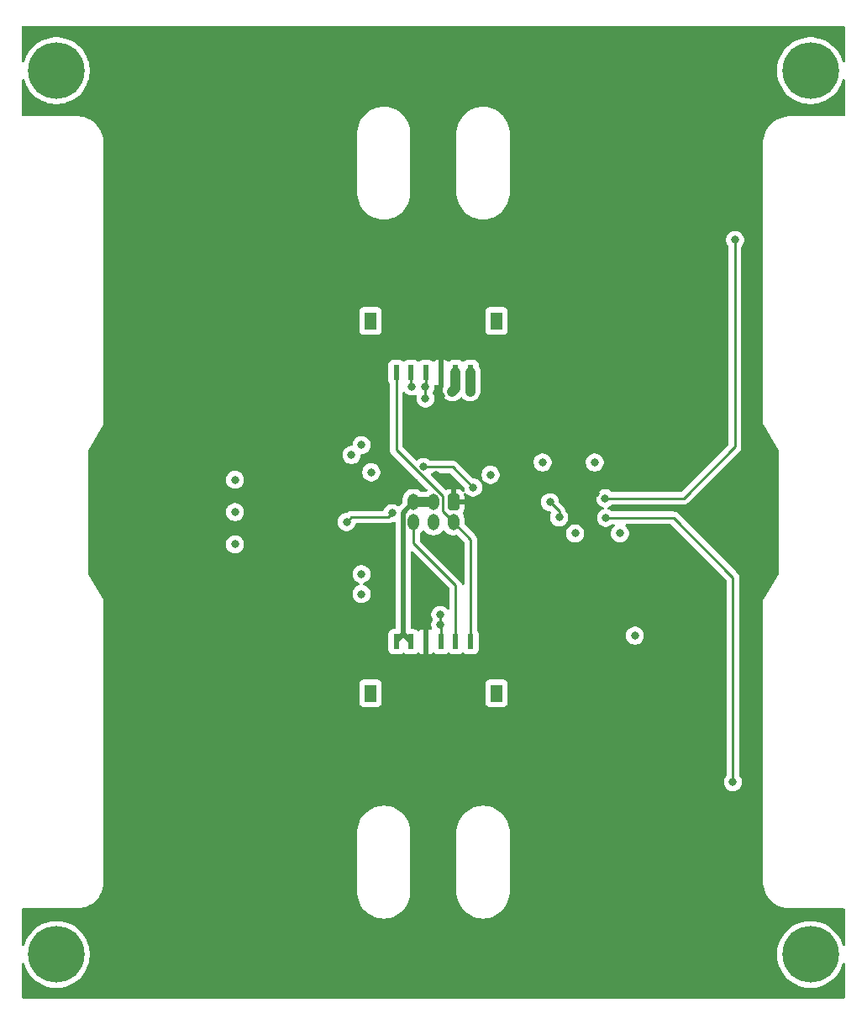
<source format=gbr>
%TF.GenerationSoftware,KiCad,Pcbnew,9.0.0*%
%TF.CreationDate,2025-09-01T12:08:49-07:00*%
%TF.ProjectId,XY_Faces_V3,58595f46-6163-4657-935f-56332e6b6963,3.0*%
%TF.SameCoordinates,Original*%
%TF.FileFunction,Copper,L4,Bot*%
%TF.FilePolarity,Positive*%
%FSLAX46Y46*%
G04 Gerber Fmt 4.6, Leading zero omitted, Abs format (unit mm)*
G04 Created by KiCad (PCBNEW 9.0.0) date 2025-09-01 12:08:49*
%MOMM*%
%LPD*%
G01*
G04 APERTURE LIST*
G04 Aperture macros list*
%AMRoundRect*
0 Rectangle with rounded corners*
0 $1 Rounding radius*
0 $2 $3 $4 $5 $6 $7 $8 $9 X,Y pos of 4 corners*
0 Add a 4 corners polygon primitive as box body*
4,1,4,$2,$3,$4,$5,$6,$7,$8,$9,$2,$3,0*
0 Add four circle primitives for the rounded corners*
1,1,$1+$1,$2,$3*
1,1,$1+$1,$4,$5*
1,1,$1+$1,$6,$7*
1,1,$1+$1,$8,$9*
0 Add four rect primitives between the rounded corners*
20,1,$1+$1,$2,$3,$4,$5,0*
20,1,$1+$1,$4,$5,$6,$7,0*
20,1,$1+$1,$6,$7,$8,$9,0*
20,1,$1+$1,$8,$9,$2,$3,0*%
G04 Aperture macros list end*
%TA.AperFunction,SMDPad,CuDef*%
%ADD10R,1.250000X1.800000*%
%TD*%
%TA.AperFunction,SMDPad,CuDef*%
%ADD11R,0.600000X1.500000*%
%TD*%
%TA.AperFunction,ComponentPad*%
%ADD12C,5.700000*%
%TD*%
%TA.AperFunction,ComponentPad*%
%ADD13RoundRect,0.250000X0.350000X0.575000X-0.350000X0.575000X-0.350000X-0.575000X0.350000X-0.575000X0*%
%TD*%
%TA.AperFunction,ComponentPad*%
%ADD14O,1.200000X1.650000*%
%TD*%
%TA.AperFunction,ViaPad*%
%ADD15C,0.800000*%
%TD*%
%TA.AperFunction,Conductor*%
%ADD16C,0.250000*%
%TD*%
%TA.AperFunction,Conductor*%
%ADD17C,0.500000*%
%TD*%
%TA.AperFunction,Conductor*%
%ADD18C,1.000000*%
%TD*%
G04 APERTURE END LIST*
D10*
%TO.P,U6,8,8*%
%TO.N,unconnected-(U6-Pad8)*%
X138150000Y-95509999D03*
%TO.P,U6,7,7*%
%TO.N,unconnected-(U6-Pad7)*%
X150850000Y-95509999D03*
D11*
%TO.P,U6,6,6*%
%TO.N,VSOLAR*%
X148250000Y-100690000D03*
%TO.P,U6,5,5*%
X146750000Y-100690000D03*
%TO.P,U6,4,4*%
%TO.N,GND*%
X145250001Y-100690000D03*
%TO.P,U6,3,3*%
%TO.N,+3V3*%
X143749999Y-100690000D03*
%TO.P,U6,2,2*%
%TO.N,SCLIN*%
X142250000Y-100690000D03*
%TO.P,U6,1,1*%
%TO.N,SDAIN*%
X140750000Y-100690000D03*
%TD*%
%TO.P,U5,1,1*%
%TO.N,SDAIN*%
X148250000Y-127810000D03*
%TO.P,U5,2,2*%
%TO.N,SCLIN*%
X146750000Y-127810000D03*
%TO.P,U5,3,3*%
%TO.N,+3V3*%
X145250001Y-127810000D03*
%TO.P,U5,4,4*%
%TO.N,GND*%
X143749999Y-127810000D03*
%TO.P,U5,5,5*%
%TO.N,VSOLAR*%
X142250000Y-127810000D03*
%TO.P,U5,6,6*%
X140750000Y-127810000D03*
D10*
%TO.P,U5,7,7*%
%TO.N,unconnected-(U5-Pad7)*%
X138150000Y-132990001D03*
%TO.P,U5,8,8*%
%TO.N,unconnected-(U5-Pad8)*%
X150850000Y-132990001D03*
%TD*%
D12*
%TO.P,J2,1,Pin_1*%
%TO.N,unconnected-(J2-Pin_1-Pad1)*%
X106500000Y-70300000D03*
%TD*%
%TO.P,J3,1,Pin_1*%
%TO.N,unconnected-(J3-Pin_1-Pad1)*%
X106500000Y-159300000D03*
%TD*%
%TO.P,J4,1,Pin_1*%
%TO.N,unconnected-(J4-Pin_1-Pad1)*%
X182500000Y-70300000D03*
%TD*%
%TO.P,J5,1,Pin_1*%
%TO.N,unconnected-(J5-Pin_1-Pad1)*%
X182500000Y-159300000D03*
%TD*%
D13*
%TO.P,CN1,1,Pin_1*%
%TO.N,GND*%
X146500001Y-113750001D03*
D14*
%TO.P,CN1,2,Pin_2*%
%TO.N,SDAIN*%
X146500001Y-115750002D03*
%TO.P,CN1,3,Pin_3*%
%TO.N,VSOLAR*%
X144500000Y-113750001D03*
%TO.P,CN1,4,Pin_4*%
%TO.N,+3V3*%
X144500001Y-115750001D03*
%TO.P,CN1,5,Pin_5*%
%TO.N,VSOLAR*%
X142500001Y-113750001D03*
%TO.P,CN1,6,Pin_6*%
%TO.N,SCLIN*%
X142500000Y-115750001D03*
%TD*%
D15*
%TO.N,+3V3*%
X145200000Y-125100000D03*
%TO.N,GND*%
X145272182Y-103027818D03*
X143800000Y-126000000D03*
%TO.N,+3V3*%
X143700000Y-103300000D03*
X145200000Y-126100000D03*
X143700000Y-102100000D03*
%TO.N,VSOLAR*%
X148200000Y-102600000D03*
X146400000Y-102600000D03*
%TO.N,SCLIN*%
X142300000Y-102100000D03*
%TO.N,GND*%
X153500000Y-116000000D03*
X154500000Y-117250000D03*
X146112347Y-118387653D03*
X153250000Y-111750000D03*
X169300000Y-159860000D03*
X160825000Y-112900000D03*
X157100000Y-110000000D03*
X144520000Y-159900000D03*
X119500000Y-159800000D03*
X167920000Y-159860000D03*
X144750000Y-111000000D03*
X142900000Y-159900000D03*
X166300000Y-159860000D03*
X145900000Y-159900000D03*
X135015253Y-113208948D03*
X121120000Y-159800000D03*
X124150000Y-116450000D03*
X122500000Y-159800000D03*
X160750000Y-114500000D03*
%TO.N,+3V3*%
X150250000Y-111000000D03*
X163300000Y-116900000D03*
X138227388Y-110744462D03*
X135750000Y-115750000D03*
X140346149Y-114850001D03*
X160750000Y-109750000D03*
X158775000Y-116900000D03*
X155500000Y-109750000D03*
%TO.N,VSOLAR*%
X124500000Y-114750000D03*
X124500000Y-111500000D03*
X124500000Y-118000000D03*
%TO.N,/SDA*%
X157165885Y-115284647D03*
X156250000Y-113750000D03*
%TO.N,/SCL*%
X148508348Y-112272245D03*
X143496487Y-110201487D03*
%TO.N,Net-(SC3--)*%
X137250000Y-123000000D03*
X136250000Y-109000000D03*
X137250000Y-108000000D03*
X137250000Y-121000000D03*
%TO.N,Net-(U3-OUT+)*%
X161890000Y-115330000D03*
X174680000Y-141950000D03*
X161820000Y-113350000D03*
X164800000Y-127190000D03*
X174900000Y-87350000D03*
%TD*%
D16*
%TO.N,+3V3*%
X145200000Y-126100000D02*
X145200000Y-125100000D01*
%TO.N,SDAIN*%
X148250000Y-127810000D02*
X148250000Y-117500001D01*
X148250000Y-117500001D02*
X146500001Y-115750002D01*
D17*
%TO.N,VSOLAR*%
X140750000Y-127810000D02*
X140750000Y-127708000D01*
X140750000Y-127708000D02*
X141449000Y-127009000D01*
X142250000Y-127810000D02*
X141449000Y-127009000D01*
X141449000Y-127009000D02*
X141449000Y-114801002D01*
X141449000Y-114801002D02*
X142500001Y-113750001D01*
D16*
%TO.N,+3V3*%
X140346149Y-114850001D02*
X139946150Y-115250000D01*
X139946150Y-115250000D02*
X136250000Y-115250000D01*
X136250000Y-115250000D02*
X135750000Y-115750000D01*
D18*
%TO.N,VSOLAR*%
X144500000Y-113750001D02*
X142500001Y-113750001D01*
D16*
%TO.N,SCLIN*%
X146750000Y-127810000D02*
X146750000Y-122150000D01*
X142500000Y-117900000D02*
X142500000Y-115750001D01*
X146750000Y-122150000D02*
X142500000Y-117900000D01*
%TO.N,GND*%
X145250001Y-103005637D02*
X145272182Y-103027818D01*
X145250001Y-100690000D02*
X145250001Y-103005637D01*
X143749999Y-126050001D02*
X143800000Y-126000000D01*
X143749999Y-127810000D02*
X143749999Y-126050001D01*
%TO.N,+3V3*%
X143700000Y-102100000D02*
X143700000Y-103300000D01*
X145250001Y-126150001D02*
X145200000Y-126100000D01*
X145250001Y-127810000D02*
X145250001Y-126150001D01*
X143749999Y-102050001D02*
X143700000Y-102100000D01*
X143749999Y-100690000D02*
X143749999Y-102050001D01*
D18*
%TO.N,VSOLAR*%
X146400000Y-102600000D02*
X146700000Y-102300000D01*
X146700000Y-102300000D02*
X146700000Y-100740000D01*
X146700000Y-100740000D02*
X146750000Y-100690000D01*
X148200000Y-102600000D02*
X148200000Y-100740000D01*
X148200000Y-100740000D02*
X148250000Y-100690000D01*
D16*
%TO.N,SCLIN*%
X142250000Y-102050000D02*
X142300000Y-102100000D01*
X142250000Y-100690000D02*
X142250000Y-102050000D01*
%TO.N,SDAIN*%
X146500001Y-115750002D02*
X145426000Y-114676001D01*
X145426000Y-114676001D02*
X145426000Y-113126000D01*
X140750000Y-108481720D02*
X140750000Y-100690000D01*
X145426000Y-113126000D02*
X143227487Y-110927487D01*
X143227487Y-110927487D02*
X143195767Y-110927487D01*
X143195767Y-110927487D02*
X140750000Y-108481720D01*
D17*
%TO.N,GND*%
X134974201Y-113250000D02*
X135015253Y-113208948D01*
X134425000Y-116561338D02*
X134425000Y-114175000D01*
X137838662Y-119975000D02*
X134425000Y-116561338D01*
X134425000Y-114175000D02*
X134425000Y-113250000D01*
X134425000Y-113250000D02*
X134974201Y-113250000D01*
D16*
%TO.N,/SDA*%
X157165885Y-114665885D02*
X156250000Y-113750000D01*
X157165885Y-115284647D02*
X157165885Y-114665885D01*
%TO.N,/SCL*%
X146437590Y-110201487D02*
X148508348Y-112272245D01*
X143496487Y-110201487D02*
X146437590Y-110201487D01*
%TO.N,Net-(U3-OUT+)*%
X161820000Y-113350000D02*
X169720000Y-113350000D01*
X169720000Y-113350000D02*
X174900000Y-108170000D01*
X174900000Y-108170000D02*
X174900000Y-87350000D01*
X174680000Y-121310000D02*
X174680000Y-141950000D01*
X168700000Y-115330000D02*
X174680000Y-121310000D01*
X161890000Y-115330000D02*
X168700000Y-115330000D01*
%TD*%
%TA.AperFunction,Conductor*%
%TO.N,GND*%
G36*
X143587814Y-116608516D02*
G01*
X143601936Y-116624814D01*
X143654485Y-116697142D01*
X143777856Y-116820513D01*
X143777859Y-116820515D01*
X143777862Y-116820518D01*
X143919020Y-116923075D01*
X144074485Y-117002289D01*
X144240427Y-117056206D01*
X144412760Y-117083501D01*
X144412763Y-117083501D01*
X144587239Y-117083501D01*
X144587242Y-117083501D01*
X144759575Y-117056206D01*
X144925517Y-117002289D01*
X145080982Y-116923075D01*
X145222140Y-116820518D01*
X145345518Y-116697140D01*
X145398065Y-116624813D01*
X145454285Y-116581462D01*
X145525021Y-116575385D01*
X145587813Y-116608517D01*
X145601936Y-116624815D01*
X145654485Y-116697143D01*
X145777856Y-116820514D01*
X145777859Y-116820516D01*
X145777862Y-116820519D01*
X145919020Y-116923076D01*
X146074485Y-117002290D01*
X146240427Y-117056207D01*
X146412760Y-117083502D01*
X146412763Y-117083502D01*
X146587239Y-117083502D01*
X146587242Y-117083502D01*
X146759575Y-117056207D01*
X146799904Y-117043102D01*
X146870872Y-117041075D01*
X146927936Y-117073841D01*
X147579595Y-117725500D01*
X147613621Y-117787812D01*
X147616500Y-117814595D01*
X147616500Y-121979677D01*
X147611845Y-121995530D01*
X147612271Y-122012046D01*
X147602049Y-122028890D01*
X147596498Y-122047798D01*
X147584010Y-122058618D01*
X147575440Y-122072742D01*
X147557734Y-122081386D01*
X147542842Y-122094291D01*
X147526487Y-122096642D01*
X147511641Y-122103891D01*
X147492072Y-122101590D01*
X147472568Y-122104395D01*
X147457538Y-122097530D01*
X147441130Y-122095602D01*
X147425910Y-122083086D01*
X147407988Y-122074901D01*
X147398496Y-122060542D01*
X147386294Y-122050508D01*
X147376661Y-122027512D01*
X147370559Y-122018281D01*
X147368337Y-122011379D01*
X147359155Y-121965215D01*
X147335663Y-121908500D01*
X147311401Y-121849925D01*
X147242072Y-121746167D01*
X143170405Y-117674500D01*
X143136379Y-117612188D01*
X143133500Y-117585405D01*
X143133500Y-116949117D01*
X143153502Y-116880996D01*
X143185437Y-116847182D01*
X143222139Y-116820518D01*
X143345517Y-116697140D01*
X143398065Y-116624813D01*
X143454286Y-116581460D01*
X143525022Y-116575384D01*
X143587814Y-116608516D01*
G37*
%TD.AperFunction*%
%TA.AperFunction,Conductor*%
G36*
X146191117Y-110854989D02*
G01*
X146212091Y-110871892D01*
X147562943Y-112222744D01*
X147596969Y-112285056D01*
X147599848Y-112311839D01*
X147599848Y-112361726D01*
X147609152Y-112408499D01*
X147624884Y-112487592D01*
X147634762Y-112537248D01*
X147640222Y-112550429D01*
X147647811Y-112621019D01*
X147616032Y-112684506D01*
X147554974Y-112720734D01*
X147484023Y-112718200D01*
X147434718Y-112687743D01*
X147323346Y-112576371D01*
X147323340Y-112576366D01*
X147172526Y-112483343D01*
X147004322Y-112427607D01*
X147004319Y-112427606D01*
X146900517Y-112417001D01*
X146754001Y-112417001D01*
X146754001Y-113405900D01*
X146664045Y-113353964D01*
X146555953Y-113325001D01*
X146444049Y-113325001D01*
X146335957Y-113353964D01*
X146246001Y-113405900D01*
X146246001Y-112417001D01*
X146099484Y-112417001D01*
X145995682Y-112427606D01*
X145995679Y-112427607D01*
X145827473Y-112483344D01*
X145820587Y-112487592D01*
X145752107Y-112506327D01*
X145684369Y-112485066D01*
X145665348Y-112469444D01*
X144245986Y-111050082D01*
X144211960Y-110987770D01*
X144217025Y-110916955D01*
X144259572Y-110860119D01*
X144326092Y-110835308D01*
X144335081Y-110834987D01*
X146122996Y-110834987D01*
X146191117Y-110854989D01*
G37*
%TD.AperFunction*%
%TA.AperFunction,Conductor*%
G36*
X185916621Y-65795502D02*
G01*
X185963114Y-65849158D01*
X185974500Y-65901500D01*
X185974500Y-69334791D01*
X185954498Y-69402912D01*
X185900842Y-69449405D01*
X185830568Y-69459509D01*
X185765988Y-69430015D01*
X185727926Y-69371367D01*
X185665996Y-69167213D01*
X185665989Y-69167192D01*
X185665989Y-69167191D01*
X185539709Y-68862325D01*
X185384155Y-68571304D01*
X185200825Y-68296931D01*
X185200824Y-68296929D01*
X184991498Y-68041864D01*
X184991472Y-68041835D01*
X184758164Y-67808527D01*
X184758135Y-67808501D01*
X184503070Y-67599175D01*
X184228698Y-67415846D01*
X183937675Y-67260291D01*
X183632807Y-67134010D01*
X183632804Y-67134009D01*
X183423791Y-67070606D01*
X183317033Y-67038221D01*
X183317030Y-67038220D01*
X183317019Y-67038217D01*
X183072371Y-66989555D01*
X182993389Y-66973845D01*
X182993385Y-66973844D01*
X182993384Y-66973844D01*
X182664999Y-66941500D01*
X182664993Y-66941500D01*
X182335007Y-66941500D01*
X182335000Y-66941500D01*
X182006616Y-66973844D01*
X181682980Y-67038217D01*
X181367195Y-67134009D01*
X181367192Y-67134010D01*
X181062324Y-67260291D01*
X180771301Y-67415846D01*
X180496929Y-67599175D01*
X180241864Y-67808501D01*
X180241835Y-67808527D01*
X180008527Y-68041835D01*
X180008501Y-68041864D01*
X179799175Y-68296929D01*
X179615846Y-68571301D01*
X179460291Y-68862324D01*
X179334010Y-69167192D01*
X179334009Y-69167195D01*
X179238217Y-69482980D01*
X179173844Y-69806616D01*
X179141500Y-70135000D01*
X179141500Y-70464999D01*
X179173844Y-70793383D01*
X179238217Y-71117019D01*
X179334009Y-71432804D01*
X179334010Y-71432807D01*
X179460291Y-71737675D01*
X179615846Y-72028698D01*
X179799175Y-72303070D01*
X180008501Y-72558135D01*
X180008527Y-72558164D01*
X180241835Y-72791472D01*
X180241844Y-72791480D01*
X180241849Y-72791485D01*
X180241854Y-72791489D01*
X180241864Y-72791498D01*
X180496929Y-73000824D01*
X180771301Y-73184153D01*
X180771304Y-73184155D01*
X181062325Y-73339709D01*
X181367191Y-73465989D01*
X181682967Y-73561779D01*
X181682976Y-73561780D01*
X181682980Y-73561782D01*
X181766358Y-73578366D01*
X182006611Y-73626155D01*
X182335007Y-73658500D01*
X182335016Y-73658500D01*
X182664984Y-73658500D01*
X182664993Y-73658500D01*
X182993389Y-73626155D01*
X183267565Y-73571618D01*
X183317019Y-73561782D01*
X183317021Y-73561781D01*
X183317033Y-73561779D01*
X183632809Y-73465989D01*
X183937675Y-73339709D01*
X184228696Y-73184155D01*
X184503069Y-73000825D01*
X184758151Y-72791485D01*
X184991485Y-72558151D01*
X185200825Y-72303069D01*
X185384155Y-72028696D01*
X185539709Y-71737675D01*
X185665989Y-71432809D01*
X185727926Y-71228630D01*
X185766841Y-71169251D01*
X185831682Y-71140335D01*
X185901863Y-71151066D01*
X185955102Y-71198036D01*
X185974500Y-71265208D01*
X185974500Y-74773500D01*
X185954498Y-74841621D01*
X185900842Y-74888114D01*
X185848500Y-74899500D01*
X180413112Y-74899500D01*
X180412427Y-74899498D01*
X180400600Y-74899433D01*
X180269453Y-74898720D01*
X180269452Y-74898720D01*
X180269447Y-74898720D01*
X180076259Y-74919477D01*
X179969787Y-74930918D01*
X179969783Y-74930918D01*
X179969781Y-74930919D01*
X179969775Y-74930920D01*
X179675661Y-74996622D01*
X179675645Y-74996626D01*
X179390770Y-75095007D01*
X179390758Y-75095012D01*
X179118766Y-75224817D01*
X178863092Y-75384407D01*
X178626999Y-75571746D01*
X178413483Y-75784456D01*
X178225255Y-76019835D01*
X178064696Y-76274911D01*
X177933861Y-76546415D01*
X177933859Y-76546422D01*
X177834402Y-76830918D01*
X177834397Y-76830932D01*
X177767583Y-77124802D01*
X177767582Y-77124809D01*
X177734250Y-77424355D01*
X177734475Y-77559392D01*
X177734500Y-77574446D01*
X177734500Y-105946971D01*
X177732735Y-105954293D01*
X177734500Y-105957179D01*
X177734500Y-105960564D01*
X177735738Y-105963554D01*
X177747635Y-105978659D01*
X178428181Y-107091500D01*
X179305993Y-108526915D01*
X179324500Y-108592650D01*
X179324500Y-120957348D01*
X179305993Y-121023084D01*
X177747632Y-123571344D01*
X177739823Y-123584113D01*
X177734500Y-123589438D01*
X177734500Y-123592819D01*
X177732734Y-123595707D01*
X177732230Y-123598906D01*
X177734500Y-123618003D01*
X177734500Y-151952482D01*
X177734225Y-152125650D01*
X177734225Y-152125652D01*
X177767574Y-152425179D01*
X177767575Y-152425187D01*
X177833273Y-152714067D01*
X177834410Y-152719067D01*
X177932134Y-152998571D01*
X177933886Y-153003580D01*
X178064724Y-153275068D01*
X178225285Y-153530133D01*
X178413508Y-153765503D01*
X178413514Y-153765510D01*
X178413515Y-153765511D01*
X178627031Y-153978221D01*
X178863120Y-154165562D01*
X179118786Y-154325154D01*
X179390783Y-154454971D01*
X179675656Y-154553366D01*
X179969791Y-154619090D01*
X180269452Y-154651307D01*
X180419585Y-154650502D01*
X180420261Y-154650500D01*
X185848500Y-154650500D01*
X185916621Y-154670502D01*
X185963114Y-154724158D01*
X185974500Y-154776500D01*
X185974500Y-158334791D01*
X185954498Y-158402912D01*
X185900842Y-158449405D01*
X185830568Y-158459509D01*
X185765988Y-158430015D01*
X185727926Y-158371367D01*
X185665996Y-158167213D01*
X185665989Y-158167192D01*
X185665989Y-158167191D01*
X185539709Y-157862325D01*
X185384155Y-157571304D01*
X185200825Y-157296931D01*
X185200824Y-157296929D01*
X184991498Y-157041864D01*
X184991472Y-157041835D01*
X184758164Y-156808527D01*
X184758135Y-156808501D01*
X184503070Y-156599175D01*
X184228698Y-156415846D01*
X183937675Y-156260291D01*
X183632807Y-156134010D01*
X183632804Y-156134009D01*
X183423791Y-156070606D01*
X183317033Y-156038221D01*
X183317030Y-156038220D01*
X183317019Y-156038217D01*
X183072371Y-155989555D01*
X182993389Y-155973845D01*
X182993385Y-155973844D01*
X182993384Y-155973844D01*
X182664999Y-155941500D01*
X182664993Y-155941500D01*
X182335007Y-155941500D01*
X182335000Y-155941500D01*
X182006616Y-155973844D01*
X181682980Y-156038217D01*
X181367195Y-156134009D01*
X181367192Y-156134010D01*
X181062324Y-156260291D01*
X180771301Y-156415846D01*
X180496929Y-156599175D01*
X180241864Y-156808501D01*
X180241835Y-156808527D01*
X180008527Y-157041835D01*
X180008501Y-157041864D01*
X179799175Y-157296929D01*
X179615846Y-157571301D01*
X179460291Y-157862324D01*
X179334010Y-158167192D01*
X179334009Y-158167195D01*
X179238217Y-158482980D01*
X179173844Y-158806616D01*
X179141500Y-159135000D01*
X179141500Y-159464999D01*
X179173844Y-159793383D01*
X179238217Y-160117019D01*
X179334009Y-160432804D01*
X179334010Y-160432807D01*
X179460291Y-160737675D01*
X179615846Y-161028698D01*
X179799175Y-161303070D01*
X180008501Y-161558135D01*
X180008527Y-161558164D01*
X180241835Y-161791472D01*
X180241844Y-161791480D01*
X180241849Y-161791485D01*
X180241854Y-161791489D01*
X180241864Y-161791498D01*
X180496929Y-162000824D01*
X180771301Y-162184153D01*
X180771304Y-162184155D01*
X181062325Y-162339709D01*
X181367191Y-162465989D01*
X181682967Y-162561779D01*
X181682976Y-162561780D01*
X181682980Y-162561782D01*
X181766358Y-162578366D01*
X182006611Y-162626155D01*
X182335007Y-162658500D01*
X182335016Y-162658500D01*
X182664984Y-162658500D01*
X182664993Y-162658500D01*
X182993389Y-162626155D01*
X183267565Y-162571618D01*
X183317019Y-162561782D01*
X183317021Y-162561781D01*
X183317033Y-162561779D01*
X183632809Y-162465989D01*
X183937675Y-162339709D01*
X184228696Y-162184155D01*
X184503069Y-162000825D01*
X184758151Y-161791485D01*
X184991485Y-161558151D01*
X185200825Y-161303069D01*
X185384155Y-161028696D01*
X185539709Y-160737675D01*
X185665989Y-160432809D01*
X185727926Y-160228630D01*
X185766841Y-160169251D01*
X185831682Y-160140335D01*
X185901863Y-160151066D01*
X185955102Y-160198036D01*
X185974500Y-160265208D01*
X185974500Y-163598500D01*
X185954498Y-163666621D01*
X185900842Y-163713114D01*
X185848500Y-163724500D01*
X103151500Y-163724500D01*
X103083379Y-163704498D01*
X103036886Y-163650842D01*
X103025500Y-163598500D01*
X103025500Y-160265208D01*
X103045502Y-160197087D01*
X103099158Y-160150594D01*
X103169432Y-160140490D01*
X103234012Y-160169984D01*
X103272073Y-160228630D01*
X103283170Y-160265208D01*
X103334009Y-160432804D01*
X103334010Y-160432807D01*
X103460291Y-160737675D01*
X103615846Y-161028698D01*
X103799175Y-161303070D01*
X104008501Y-161558135D01*
X104008527Y-161558164D01*
X104241835Y-161791472D01*
X104241844Y-161791480D01*
X104241849Y-161791485D01*
X104241854Y-161791489D01*
X104241864Y-161791498D01*
X104496929Y-162000824D01*
X104771301Y-162184153D01*
X104771304Y-162184155D01*
X105062325Y-162339709D01*
X105367191Y-162465989D01*
X105682967Y-162561779D01*
X105682976Y-162561780D01*
X105682980Y-162561782D01*
X105766358Y-162578366D01*
X106006611Y-162626155D01*
X106335007Y-162658500D01*
X106335016Y-162658500D01*
X106664984Y-162658500D01*
X106664993Y-162658500D01*
X106993389Y-162626155D01*
X107267565Y-162571618D01*
X107317019Y-162561782D01*
X107317021Y-162561781D01*
X107317033Y-162561779D01*
X107632809Y-162465989D01*
X107937675Y-162339709D01*
X108228696Y-162184155D01*
X108503069Y-162000825D01*
X108758151Y-161791485D01*
X108991485Y-161558151D01*
X109200825Y-161303069D01*
X109384155Y-161028696D01*
X109539709Y-160737675D01*
X109665989Y-160432809D01*
X109761779Y-160117033D01*
X109826155Y-159793389D01*
X109858500Y-159464993D01*
X109858500Y-159135007D01*
X109826155Y-158806611D01*
X109761779Y-158482967D01*
X109665989Y-158167191D01*
X109539709Y-157862325D01*
X109384155Y-157571304D01*
X109200825Y-157296931D01*
X109200824Y-157296929D01*
X108991498Y-157041864D01*
X108991472Y-157041835D01*
X108758164Y-156808527D01*
X108758135Y-156808501D01*
X108503070Y-156599175D01*
X108228698Y-156415846D01*
X107937675Y-156260291D01*
X107632807Y-156134010D01*
X107632804Y-156134009D01*
X107423791Y-156070606D01*
X107317033Y-156038221D01*
X107317030Y-156038220D01*
X107317019Y-156038217D01*
X107072371Y-155989555D01*
X106993389Y-155973845D01*
X106993385Y-155973844D01*
X106993384Y-155973844D01*
X106664999Y-155941500D01*
X106664993Y-155941500D01*
X106335007Y-155941500D01*
X106335000Y-155941500D01*
X106006616Y-155973844D01*
X105682980Y-156038217D01*
X105367195Y-156134009D01*
X105367192Y-156134010D01*
X105062324Y-156260291D01*
X104771301Y-156415846D01*
X104496929Y-156599175D01*
X104241864Y-156808501D01*
X104241835Y-156808527D01*
X104008527Y-157041835D01*
X104008501Y-157041864D01*
X103799175Y-157296929D01*
X103615846Y-157571301D01*
X103460291Y-157862324D01*
X103334010Y-158167192D01*
X103334003Y-158167213D01*
X103272074Y-158371367D01*
X103233159Y-158430748D01*
X103168318Y-158459664D01*
X103098137Y-158448933D01*
X103044898Y-158401963D01*
X103025500Y-158334791D01*
X103025500Y-154771500D01*
X103045502Y-154703379D01*
X103099158Y-154656886D01*
X103151500Y-154645500D01*
X108579855Y-154645500D01*
X108586765Y-154645500D01*
X108587445Y-154645502D01*
X108588434Y-154645507D01*
X108730547Y-154646275D01*
X109030208Y-154614068D01*
X109226298Y-154570257D01*
X109324340Y-154548353D01*
X109324343Y-154548352D01*
X109373203Y-154531477D01*
X109609218Y-154449964D01*
X109881216Y-154320151D01*
X110136883Y-154160562D01*
X110372972Y-153973224D01*
X110586488Y-153760514D01*
X110774717Y-153525134D01*
X110935271Y-153270073D01*
X111066112Y-152998568D01*
X111165577Y-152714067D01*
X111232403Y-152420182D01*
X111265744Y-152120645D01*
X111265500Y-151970567D01*
X111265500Y-146844167D01*
X136824500Y-146844167D01*
X136824500Y-153155832D01*
X136860681Y-153465378D01*
X136860682Y-153465384D01*
X136876028Y-153530133D01*
X136930629Y-153760513D01*
X136932557Y-153768645D01*
X136932558Y-153768650D01*
X137039146Y-154061497D01*
X137039151Y-154061509D01*
X137179024Y-154340021D01*
X137350279Y-154600400D01*
X137550610Y-154839147D01*
X137777310Y-155053028D01*
X137920893Y-155159921D01*
X138027297Y-155239136D01*
X138297203Y-155394966D01*
X138583374Y-155518408D01*
X138881942Y-155607793D01*
X139188867Y-155661913D01*
X139500000Y-155680034D01*
X139811133Y-155661913D01*
X140118058Y-155607793D01*
X140416626Y-155518408D01*
X140702797Y-155394966D01*
X140972703Y-155239136D01*
X141222693Y-155053025D01*
X141449386Y-154839151D01*
X141649717Y-154600405D01*
X141820978Y-154340017D01*
X141960850Y-154061507D01*
X142067444Y-153768642D01*
X142139318Y-153465383D01*
X142175500Y-153155830D01*
X142175500Y-153000000D01*
X142175500Y-152991715D01*
X142175500Y-146989438D01*
X142175500Y-146844170D01*
X142175500Y-146844167D01*
X146824500Y-146844167D01*
X146824500Y-153155832D01*
X146860681Y-153465378D01*
X146860682Y-153465384D01*
X146876028Y-153530133D01*
X146930629Y-153760513D01*
X146932557Y-153768645D01*
X146932558Y-153768650D01*
X147039146Y-154061497D01*
X147039151Y-154061509D01*
X147179024Y-154340021D01*
X147350279Y-154600400D01*
X147550610Y-154839147D01*
X147777310Y-155053028D01*
X147920893Y-155159921D01*
X148027297Y-155239136D01*
X148297203Y-155394966D01*
X148583374Y-155518408D01*
X148881942Y-155607793D01*
X149188867Y-155661913D01*
X149500000Y-155680034D01*
X149811133Y-155661913D01*
X150118058Y-155607793D01*
X150416626Y-155518408D01*
X150702797Y-155394966D01*
X150972703Y-155239136D01*
X151222693Y-155053025D01*
X151449386Y-154839151D01*
X151649717Y-154600405D01*
X151820978Y-154340017D01*
X151960850Y-154061507D01*
X152067444Y-153768642D01*
X152139318Y-153465383D01*
X152175500Y-153155830D01*
X152175500Y-153000000D01*
X152175500Y-152991715D01*
X152175500Y-146989438D01*
X152175500Y-146844170D01*
X152139318Y-146534617D01*
X152067444Y-146231358D01*
X151960850Y-145938493D01*
X151820978Y-145659983D01*
X151820975Y-145659978D01*
X151649720Y-145399599D01*
X151449389Y-145160852D01*
X151222689Y-144946971D01*
X150972718Y-144760875D01*
X150972715Y-144760873D01*
X150972703Y-144760864D01*
X150702797Y-144605034D01*
X150702798Y-144605034D01*
X150702794Y-144605032D01*
X150416633Y-144481595D01*
X150416632Y-144481594D01*
X150416626Y-144481592D01*
X150118058Y-144392207D01*
X150118059Y-144392207D01*
X150023309Y-144375500D01*
X149811133Y-144338087D01*
X149811129Y-144338086D01*
X149811125Y-144338086D01*
X149500000Y-144319966D01*
X149188877Y-144338086D01*
X149188871Y-144338086D01*
X148881941Y-144392207D01*
X148754360Y-144430402D01*
X148583374Y-144481592D01*
X148583372Y-144481593D01*
X148583366Y-144481595D01*
X148297205Y-144605032D01*
X148297200Y-144605035D01*
X148027308Y-144760857D01*
X148027281Y-144760875D01*
X147777310Y-144946971D01*
X147550610Y-145160852D01*
X147350279Y-145399599D01*
X147179024Y-145659978D01*
X147039151Y-145938490D01*
X147039146Y-145938502D01*
X146932558Y-146231349D01*
X146932557Y-146231354D01*
X146860682Y-146534615D01*
X146860681Y-146534621D01*
X146824500Y-146844167D01*
X142175500Y-146844167D01*
X142139318Y-146534617D01*
X142067444Y-146231358D01*
X141960850Y-145938493D01*
X141820978Y-145659983D01*
X141820975Y-145659978D01*
X141649720Y-145399599D01*
X141449389Y-145160852D01*
X141222689Y-144946971D01*
X140972718Y-144760875D01*
X140972715Y-144760873D01*
X140972703Y-144760864D01*
X140702797Y-144605034D01*
X140702798Y-144605034D01*
X140702794Y-144605032D01*
X140416633Y-144481595D01*
X140416632Y-144481594D01*
X140416626Y-144481592D01*
X140118058Y-144392207D01*
X140118059Y-144392207D01*
X140023309Y-144375500D01*
X139811133Y-144338087D01*
X139811129Y-144338086D01*
X139811125Y-144338086D01*
X139500000Y-144319966D01*
X139188877Y-144338086D01*
X139188871Y-144338086D01*
X138881941Y-144392207D01*
X138754360Y-144430402D01*
X138583374Y-144481592D01*
X138583372Y-144481593D01*
X138583366Y-144481595D01*
X138297205Y-144605032D01*
X138297200Y-144605035D01*
X138027308Y-144760857D01*
X138027281Y-144760875D01*
X137777310Y-144946971D01*
X137550610Y-145160852D01*
X137350279Y-145399599D01*
X137179024Y-145659978D01*
X137039151Y-145938490D01*
X137039146Y-145938502D01*
X136932558Y-146231349D01*
X136932557Y-146231354D01*
X136860682Y-146534615D01*
X136860681Y-146534621D01*
X136824500Y-146844167D01*
X111265500Y-146844167D01*
X111265500Y-132041351D01*
X137016500Y-132041351D01*
X137016500Y-133938650D01*
X137023009Y-133999197D01*
X137023011Y-133999205D01*
X137074110Y-134136203D01*
X137074112Y-134136208D01*
X137161738Y-134253262D01*
X137278792Y-134340888D01*
X137278794Y-134340889D01*
X137278796Y-134340890D01*
X137337875Y-134362925D01*
X137415795Y-134391989D01*
X137415803Y-134391991D01*
X137476350Y-134398500D01*
X137476355Y-134398500D01*
X137476362Y-134398501D01*
X137476368Y-134398501D01*
X138823632Y-134398501D01*
X138823638Y-134398501D01*
X138823645Y-134398500D01*
X138823649Y-134398500D01*
X138884196Y-134391991D01*
X138884199Y-134391990D01*
X138884201Y-134391990D01*
X139021204Y-134340890D01*
X139138261Y-134253262D01*
X139225889Y-134136205D01*
X139276989Y-133999202D01*
X139283500Y-133938639D01*
X139283500Y-132041363D01*
X139283499Y-132041351D01*
X149716500Y-132041351D01*
X149716500Y-133938650D01*
X149723009Y-133999197D01*
X149723011Y-133999205D01*
X149774110Y-134136203D01*
X149774112Y-134136208D01*
X149861738Y-134253262D01*
X149978792Y-134340888D01*
X149978794Y-134340889D01*
X149978796Y-134340890D01*
X150037875Y-134362925D01*
X150115795Y-134391989D01*
X150115803Y-134391991D01*
X150176350Y-134398500D01*
X150176355Y-134398500D01*
X150176362Y-134398501D01*
X150176368Y-134398501D01*
X151523632Y-134398501D01*
X151523638Y-134398501D01*
X151523645Y-134398500D01*
X151523649Y-134398500D01*
X151584196Y-134391991D01*
X151584199Y-134391990D01*
X151584201Y-134391990D01*
X151721204Y-134340890D01*
X151838261Y-134253262D01*
X151925889Y-134136205D01*
X151976989Y-133999202D01*
X151983500Y-133938639D01*
X151983500Y-132041363D01*
X151983499Y-132041351D01*
X151976990Y-131980804D01*
X151976988Y-131980796D01*
X151925889Y-131843798D01*
X151925887Y-131843793D01*
X151838261Y-131726739D01*
X151721207Y-131639113D01*
X151721202Y-131639111D01*
X151584204Y-131588012D01*
X151584196Y-131588010D01*
X151523649Y-131581501D01*
X151523638Y-131581501D01*
X150176362Y-131581501D01*
X150176350Y-131581501D01*
X150115803Y-131588010D01*
X150115795Y-131588012D01*
X149978797Y-131639111D01*
X149978792Y-131639113D01*
X149861738Y-131726739D01*
X149774112Y-131843793D01*
X149774110Y-131843798D01*
X149723011Y-131980796D01*
X149723009Y-131980804D01*
X149716500Y-132041351D01*
X139283499Y-132041351D01*
X139276990Y-131980804D01*
X139276988Y-131980796D01*
X139225889Y-131843798D01*
X139225887Y-131843793D01*
X139138261Y-131726739D01*
X139021207Y-131639113D01*
X139021202Y-131639111D01*
X138884204Y-131588012D01*
X138884196Y-131588010D01*
X138823649Y-131581501D01*
X138823638Y-131581501D01*
X137476362Y-131581501D01*
X137476350Y-131581501D01*
X137415803Y-131588010D01*
X137415795Y-131588012D01*
X137278797Y-131639111D01*
X137278792Y-131639113D01*
X137161738Y-131726739D01*
X137074112Y-131843793D01*
X137074110Y-131843798D01*
X137023011Y-131980796D01*
X137023009Y-131980804D01*
X137016500Y-132041351D01*
X111265500Y-132041351D01*
X111265500Y-123598028D01*
X111267265Y-123590707D01*
X111265500Y-123587820D01*
X111265500Y-123584438D01*
X111265500Y-123584437D01*
X111264260Y-123581444D01*
X111252363Y-123566339D01*
X109694007Y-121018084D01*
X109689306Y-121001386D01*
X109680604Y-120987846D01*
X109675500Y-120952348D01*
X109675500Y-120910518D01*
X136341500Y-120910518D01*
X136341500Y-121089481D01*
X136348608Y-121125215D01*
X136376413Y-121265000D01*
X136444898Y-121430336D01*
X136544322Y-121579135D01*
X136670865Y-121705678D01*
X136819664Y-121805102D01*
X136985000Y-121873587D01*
X136999251Y-121876421D01*
X137062159Y-121909329D01*
X137097291Y-121971024D01*
X137093491Y-122041919D01*
X137051965Y-122099505D01*
X136999251Y-122123578D01*
X136985000Y-122126413D01*
X136984998Y-122126413D01*
X136984997Y-122126414D01*
X136819662Y-122194899D01*
X136670869Y-122294319D01*
X136670862Y-122294324D01*
X136544324Y-122420862D01*
X136544319Y-122420869D01*
X136444899Y-122569662D01*
X136376414Y-122734996D01*
X136341500Y-122910518D01*
X136341500Y-122910521D01*
X136341500Y-123089479D01*
X136376413Y-123265000D01*
X136444898Y-123430336D01*
X136544322Y-123579135D01*
X136670865Y-123705678D01*
X136819664Y-123805102D01*
X136985000Y-123873587D01*
X137160521Y-123908500D01*
X137160522Y-123908500D01*
X137339478Y-123908500D01*
X137339479Y-123908500D01*
X137515000Y-123873587D01*
X137680336Y-123805102D01*
X137829135Y-123705678D01*
X137955678Y-123579135D01*
X138055102Y-123430336D01*
X138123587Y-123265000D01*
X138158500Y-123089479D01*
X138158500Y-122910521D01*
X138123587Y-122735000D01*
X138055102Y-122569664D01*
X137955678Y-122420865D01*
X137829135Y-122294322D01*
X137680336Y-122194898D01*
X137611853Y-122166531D01*
X137515002Y-122126413D01*
X137508521Y-122125124D01*
X137500748Y-122123578D01*
X137437840Y-122090672D01*
X137402708Y-122028977D01*
X137406508Y-121958082D01*
X137448033Y-121900496D01*
X137500748Y-121876421D01*
X137515000Y-121873587D01*
X137680336Y-121805102D01*
X137829135Y-121705678D01*
X137955678Y-121579135D01*
X138055102Y-121430336D01*
X138123587Y-121265000D01*
X138158500Y-121089479D01*
X138158500Y-120910521D01*
X138123587Y-120735000D01*
X138055102Y-120569664D01*
X137955678Y-120420865D01*
X137829135Y-120294322D01*
X137680336Y-120194898D01*
X137563429Y-120146473D01*
X137515003Y-120126414D01*
X137515001Y-120126413D01*
X137515000Y-120126413D01*
X137426645Y-120108838D01*
X137339481Y-120091500D01*
X137339479Y-120091500D01*
X137160521Y-120091500D01*
X137160518Y-120091500D01*
X137029771Y-120117507D01*
X136985000Y-120126413D01*
X136984999Y-120126413D01*
X136984996Y-120126414D01*
X136819662Y-120194899D01*
X136670869Y-120294319D01*
X136670862Y-120294324D01*
X136544324Y-120420862D01*
X136544319Y-120420869D01*
X136444899Y-120569662D01*
X136376414Y-120734996D01*
X136341500Y-120910518D01*
X109675500Y-120910518D01*
X109675500Y-117910518D01*
X123591500Y-117910518D01*
X123591500Y-117910521D01*
X123591500Y-118089479D01*
X123626413Y-118265000D01*
X123694898Y-118430336D01*
X123794322Y-118579135D01*
X123920865Y-118705678D01*
X124069664Y-118805102D01*
X124235000Y-118873587D01*
X124410521Y-118908500D01*
X124410522Y-118908500D01*
X124589478Y-118908500D01*
X124589479Y-118908500D01*
X124765000Y-118873587D01*
X124930336Y-118805102D01*
X125079135Y-118705678D01*
X125205678Y-118579135D01*
X125305102Y-118430336D01*
X125373587Y-118265000D01*
X125408500Y-118089479D01*
X125408500Y-117910521D01*
X125373587Y-117735000D01*
X125305102Y-117569664D01*
X125205678Y-117420865D01*
X125079135Y-117294322D01*
X124930336Y-117194898D01*
X124813429Y-117146473D01*
X124765003Y-117126414D01*
X124765001Y-117126413D01*
X124765000Y-117126413D01*
X124676645Y-117108838D01*
X124589481Y-117091500D01*
X124589479Y-117091500D01*
X124410521Y-117091500D01*
X124410518Y-117091500D01*
X124279771Y-117117507D01*
X124235000Y-117126413D01*
X124234999Y-117126413D01*
X124234996Y-117126414D01*
X124069662Y-117194899D01*
X123920869Y-117294319D01*
X123920862Y-117294324D01*
X123794324Y-117420862D01*
X123794319Y-117420869D01*
X123694899Y-117569662D01*
X123626414Y-117734996D01*
X123591500Y-117910518D01*
X109675500Y-117910518D01*
X109675500Y-115660518D01*
X134841500Y-115660518D01*
X134841500Y-115839481D01*
X134857916Y-115922010D01*
X134876413Y-116015000D01*
X134944898Y-116180336D01*
X135044322Y-116329135D01*
X135170865Y-116455678D01*
X135319664Y-116555102D01*
X135485000Y-116623587D01*
X135660521Y-116658500D01*
X135660522Y-116658500D01*
X135839478Y-116658500D01*
X135839479Y-116658500D01*
X136015000Y-116623587D01*
X136180336Y-116555102D01*
X136329135Y-116455678D01*
X136455678Y-116329135D01*
X136555102Y-116180336D01*
X136623587Y-116015000D01*
X136629570Y-115984919D01*
X136662477Y-115922010D01*
X136724172Y-115886877D01*
X136753149Y-115883500D01*
X140008543Y-115883500D01*
X140008544Y-115883500D01*
X140130935Y-115859155D01*
X140246225Y-115811400D01*
X140293614Y-115779735D01*
X140306530Y-115774992D01*
X140314500Y-115768468D01*
X140336401Y-115764023D01*
X140349180Y-115759331D01*
X140356377Y-115758501D01*
X140435628Y-115758501D01*
X140544959Y-115736753D01*
X140550065Y-115736165D01*
X140580183Y-115741359D01*
X140610632Y-115744084D01*
X140614812Y-115747331D01*
X140620029Y-115748231D01*
X140642563Y-115768889D01*
X140666699Y-115787638D01*
X140668459Y-115792628D01*
X140672363Y-115796207D01*
X140680152Y-115825772D01*
X140690319Y-115854590D01*
X140690500Y-115861335D01*
X140690500Y-126425500D01*
X140670498Y-126493621D01*
X140616842Y-126540114D01*
X140564500Y-126551500D01*
X140401350Y-126551500D01*
X140340803Y-126558009D01*
X140340795Y-126558011D01*
X140203797Y-126609110D01*
X140203792Y-126609112D01*
X140086738Y-126696738D01*
X139999112Y-126813792D01*
X139999110Y-126813797D01*
X139948011Y-126950795D01*
X139948009Y-126950803D01*
X139941500Y-127011350D01*
X139941500Y-128608649D01*
X139948009Y-128669196D01*
X139948011Y-128669204D01*
X139999110Y-128806202D01*
X139999112Y-128806207D01*
X140086738Y-128923261D01*
X140203792Y-129010887D01*
X140203794Y-129010888D01*
X140203796Y-129010889D01*
X140262875Y-129032924D01*
X140340795Y-129061988D01*
X140340803Y-129061990D01*
X140401350Y-129068499D01*
X140401355Y-129068499D01*
X140401362Y-129068500D01*
X140401368Y-129068500D01*
X141098632Y-129068500D01*
X141098638Y-129068500D01*
X141098645Y-129068499D01*
X141098649Y-129068499D01*
X141159196Y-129061990D01*
X141159199Y-129061989D01*
X141159201Y-129061989D01*
X141296204Y-129010889D01*
X141296797Y-129010445D01*
X141420475Y-128917861D01*
X141421820Y-128919657D01*
X141473217Y-128891592D01*
X141544032Y-128896657D01*
X141578712Y-128918945D01*
X141579525Y-128917861D01*
X141703792Y-129010887D01*
X141703794Y-129010888D01*
X141703796Y-129010889D01*
X141762875Y-129032924D01*
X141840795Y-129061988D01*
X141840803Y-129061990D01*
X141901350Y-129068499D01*
X141901355Y-129068499D01*
X141901362Y-129068500D01*
X141901368Y-129068500D01*
X142598632Y-129068500D01*
X142598638Y-129068500D01*
X142598645Y-129068499D01*
X142598649Y-129068499D01*
X142659196Y-129061990D01*
X142659199Y-129061989D01*
X142659201Y-129061989D01*
X142796204Y-129010889D01*
X142796797Y-129010445D01*
X142920475Y-128917861D01*
X142921735Y-128919544D01*
X142973559Y-128891239D01*
X143044375Y-128896295D01*
X143079068Y-128918589D01*
X143079881Y-128917504D01*
X143204033Y-129010444D01*
X143340905Y-129061494D01*
X143401401Y-129067999D01*
X143401414Y-129068000D01*
X143495999Y-129068000D01*
X143495999Y-126552000D01*
X143401401Y-126552000D01*
X143340905Y-126558505D01*
X143204034Y-126609555D01*
X143204033Y-126609555D01*
X143079881Y-126702496D01*
X143078537Y-126700701D01*
X143027124Y-126728767D01*
X142956309Y-126723693D01*
X142921222Y-126701140D01*
X142920475Y-126702139D01*
X142796207Y-126609112D01*
X142796202Y-126609110D01*
X142659204Y-126558011D01*
X142659196Y-126558009D01*
X142598649Y-126551500D01*
X142598638Y-126551500D01*
X142333500Y-126551500D01*
X142265379Y-126531498D01*
X142218886Y-126477842D01*
X142207500Y-126425500D01*
X142207500Y-118807594D01*
X142227502Y-118739473D01*
X142281158Y-118692980D01*
X142351432Y-118682876D01*
X142416012Y-118712370D01*
X142422595Y-118718499D01*
X146079595Y-122375499D01*
X146113621Y-122437811D01*
X146116500Y-122464594D01*
X146116500Y-124427497D01*
X146096498Y-124495618D01*
X146042842Y-124542111D01*
X145972568Y-124552215D01*
X145907988Y-124522721D01*
X145901405Y-124516592D01*
X145779137Y-124394324D01*
X145779135Y-124394322D01*
X145630336Y-124294898D01*
X145513429Y-124246473D01*
X145465003Y-124226414D01*
X145465001Y-124226413D01*
X145465000Y-124226413D01*
X145376645Y-124208838D01*
X145289481Y-124191500D01*
X145289479Y-124191500D01*
X145110521Y-124191500D01*
X145110518Y-124191500D01*
X144979771Y-124217507D01*
X144935000Y-124226413D01*
X144934999Y-124226413D01*
X144934996Y-124226414D01*
X144769662Y-124294899D01*
X144620869Y-124394319D01*
X144620862Y-124394324D01*
X144494324Y-124520862D01*
X144494319Y-124520869D01*
X144394899Y-124669662D01*
X144326414Y-124834996D01*
X144291500Y-125010518D01*
X144291500Y-125010521D01*
X144291500Y-125189479D01*
X144326413Y-125365000D01*
X144394898Y-125530336D01*
X144394899Y-125530338D01*
X144394901Y-125530342D01*
X144397816Y-125535796D01*
X144396681Y-125536402D01*
X144415886Y-125597768D01*
X144397671Y-125664126D01*
X144397816Y-125664204D01*
X144397476Y-125664839D01*
X144397094Y-125666232D01*
X144394940Y-125669584D01*
X144394901Y-125669657D01*
X144326414Y-125834996D01*
X144291500Y-126010518D01*
X144291500Y-126189481D01*
X144326414Y-126365003D01*
X144341010Y-126400240D01*
X144348599Y-126470830D01*
X144316820Y-126534317D01*
X144255762Y-126570545D01*
X144184811Y-126568011D01*
X144180571Y-126566515D01*
X144159097Y-126558506D01*
X144159095Y-126558505D01*
X144098596Y-126552000D01*
X144003999Y-126552000D01*
X144003999Y-129068000D01*
X144098584Y-129068000D01*
X144098596Y-129067999D01*
X144159092Y-129061494D01*
X144295962Y-129010445D01*
X144420116Y-128917503D01*
X144421462Y-128919301D01*
X144472843Y-128891237D01*
X144543660Y-128896293D01*
X144578778Y-128918859D01*
X144579526Y-128917861D01*
X144703793Y-129010887D01*
X144703795Y-129010888D01*
X144703797Y-129010889D01*
X144762876Y-129032924D01*
X144840796Y-129061988D01*
X144840804Y-129061990D01*
X144901351Y-129068499D01*
X144901356Y-129068499D01*
X144901363Y-129068500D01*
X144901369Y-129068500D01*
X145598633Y-129068500D01*
X145598639Y-129068500D01*
X145598646Y-129068499D01*
X145598650Y-129068499D01*
X145659197Y-129061990D01*
X145659200Y-129061989D01*
X145659202Y-129061989D01*
X145796205Y-129010889D01*
X145796798Y-129010445D01*
X145920476Y-128917861D01*
X145921822Y-128919659D01*
X145973201Y-128891596D01*
X146044018Y-128896652D01*
X146078712Y-128918946D01*
X146079525Y-128917861D01*
X146203792Y-129010887D01*
X146203794Y-129010888D01*
X146203796Y-129010889D01*
X146262875Y-129032924D01*
X146340795Y-129061988D01*
X146340803Y-129061990D01*
X146401350Y-129068499D01*
X146401355Y-129068499D01*
X146401362Y-129068500D01*
X146401368Y-129068500D01*
X147098632Y-129068500D01*
X147098638Y-129068500D01*
X147098645Y-129068499D01*
X147098649Y-129068499D01*
X147159196Y-129061990D01*
X147159199Y-129061989D01*
X147159201Y-129061989D01*
X147296204Y-129010889D01*
X147296797Y-129010445D01*
X147420475Y-128917861D01*
X147421820Y-128919657D01*
X147473217Y-128891592D01*
X147544032Y-128896657D01*
X147578712Y-128918945D01*
X147579525Y-128917861D01*
X147703792Y-129010887D01*
X147703794Y-129010888D01*
X147703796Y-129010889D01*
X147762875Y-129032924D01*
X147840795Y-129061988D01*
X147840803Y-129061990D01*
X147901350Y-129068499D01*
X147901355Y-129068499D01*
X147901362Y-129068500D01*
X147901368Y-129068500D01*
X148598632Y-129068500D01*
X148598638Y-129068500D01*
X148598645Y-129068499D01*
X148598649Y-129068499D01*
X148659196Y-129061990D01*
X148659199Y-129061989D01*
X148659201Y-129061989D01*
X148796204Y-129010889D01*
X148796799Y-129010444D01*
X148913261Y-128923261D01*
X149000887Y-128806207D01*
X149000887Y-128806206D01*
X149000889Y-128806204D01*
X149051989Y-128669201D01*
X149058500Y-128608638D01*
X149058500Y-127100518D01*
X163891500Y-127100518D01*
X163891500Y-127100521D01*
X163891500Y-127279479D01*
X163926413Y-127455000D01*
X163994898Y-127620336D01*
X164094322Y-127769135D01*
X164220865Y-127895678D01*
X164369664Y-127995102D01*
X164535000Y-128063587D01*
X164710521Y-128098500D01*
X164710522Y-128098500D01*
X164889478Y-128098500D01*
X164889479Y-128098500D01*
X165065000Y-128063587D01*
X165230336Y-127995102D01*
X165379135Y-127895678D01*
X165505678Y-127769135D01*
X165605102Y-127620336D01*
X165673587Y-127455000D01*
X165708500Y-127279479D01*
X165708500Y-127100521D01*
X165673587Y-126925000D01*
X165605102Y-126759664D01*
X165505678Y-126610865D01*
X165379135Y-126484322D01*
X165230336Y-126384898D01*
X165113429Y-126336473D01*
X165065003Y-126316414D01*
X165065001Y-126316413D01*
X165065000Y-126316413D01*
X164976645Y-126298838D01*
X164889481Y-126281500D01*
X164889479Y-126281500D01*
X164710521Y-126281500D01*
X164710518Y-126281500D01*
X164579771Y-126307507D01*
X164535000Y-126316413D01*
X164534999Y-126316413D01*
X164534996Y-126316414D01*
X164369662Y-126384899D01*
X164220869Y-126484319D01*
X164220862Y-126484324D01*
X164094324Y-126610862D01*
X164094319Y-126610869D01*
X163994899Y-126759662D01*
X163926414Y-126924996D01*
X163891500Y-127100518D01*
X149058500Y-127100518D01*
X149058500Y-127011362D01*
X149058499Y-127011350D01*
X149051990Y-126950803D01*
X149051988Y-126950795D01*
X149000889Y-126813797D01*
X149000887Y-126813792D01*
X148908632Y-126690554D01*
X148883821Y-126624034D01*
X148883500Y-126615045D01*
X148883500Y-117437608D01*
X148883499Y-117437604D01*
X148859155Y-117315216D01*
X148811400Y-117199926D01*
X148742071Y-117096168D01*
X148653833Y-117007930D01*
X148456421Y-116810518D01*
X157866500Y-116810518D01*
X157866500Y-116989481D01*
X157883838Y-117076645D01*
X157901413Y-117165000D01*
X157969898Y-117330336D01*
X158069322Y-117479135D01*
X158195865Y-117605678D01*
X158344664Y-117705102D01*
X158510000Y-117773587D01*
X158685521Y-117808500D01*
X158685522Y-117808500D01*
X158864478Y-117808500D01*
X158864479Y-117808500D01*
X159040000Y-117773587D01*
X159205336Y-117705102D01*
X159354135Y-117605678D01*
X159480678Y-117479135D01*
X159580102Y-117330336D01*
X159648587Y-117165000D01*
X159683500Y-116989479D01*
X159683500Y-116810521D01*
X159648587Y-116635000D01*
X159580102Y-116469664D01*
X159480678Y-116320865D01*
X159354135Y-116194322D01*
X159205336Y-116094898D01*
X159065941Y-116037158D01*
X159040003Y-116026414D01*
X159040001Y-116026413D01*
X159040000Y-116026413D01*
X158933857Y-116005300D01*
X158864481Y-115991500D01*
X158864479Y-115991500D01*
X158685521Y-115991500D01*
X158685518Y-115991500D01*
X158567367Y-116015002D01*
X158510000Y-116026413D01*
X158509999Y-116026413D01*
X158509996Y-116026414D01*
X158344662Y-116094899D01*
X158195869Y-116194319D01*
X158195862Y-116194324D01*
X158069324Y-116320862D01*
X158069319Y-116320869D01*
X157969899Y-116469662D01*
X157901414Y-116634996D01*
X157866500Y-116810518D01*
X148456421Y-116810518D01*
X147645406Y-115999503D01*
X147611380Y-115937191D01*
X147608501Y-115910408D01*
X147608501Y-115437764D01*
X147608501Y-115437761D01*
X147581206Y-115265428D01*
X147527289Y-115099486D01*
X147448075Y-114944021D01*
X147448071Y-114944016D01*
X147448070Y-114944013D01*
X147445487Y-114939797D01*
X147446901Y-114938930D01*
X147425473Y-114878896D01*
X147441546Y-114809743D01*
X147444945Y-114804686D01*
X147444783Y-114804586D01*
X147541658Y-114647526D01*
X147597394Y-114479322D01*
X147597395Y-114479319D01*
X147608000Y-114375517D01*
X147608001Y-114375517D01*
X147608001Y-114004001D01*
X146844101Y-114004001D01*
X146896038Y-113914045D01*
X146925001Y-113805953D01*
X146925001Y-113694049D01*
X146916016Y-113660518D01*
X155341500Y-113660518D01*
X155341500Y-113839481D01*
X155348847Y-113876414D01*
X155374225Y-114004001D01*
X155376414Y-114015003D01*
X155393263Y-114055680D01*
X155444898Y-114180336D01*
X155544322Y-114329135D01*
X155670865Y-114455678D01*
X155819664Y-114555102D01*
X155985000Y-114623587D01*
X156160521Y-114658500D01*
X156210406Y-114658500D01*
X156240321Y-114667283D01*
X156270791Y-114673912D01*
X156275886Y-114677726D01*
X156278527Y-114678502D01*
X156299501Y-114695405D01*
X156329844Y-114725748D01*
X156363870Y-114788060D01*
X156358805Y-114858875D01*
X156357158Y-114863061D01*
X156292299Y-115019641D01*
X156257385Y-115195165D01*
X156257385Y-115374128D01*
X156292299Y-115549650D01*
X156311084Y-115595000D01*
X156360783Y-115714983D01*
X156460207Y-115863782D01*
X156586750Y-115990325D01*
X156735549Y-116089749D01*
X156900885Y-116158234D01*
X157076406Y-116193147D01*
X157076407Y-116193147D01*
X157255363Y-116193147D01*
X157255364Y-116193147D01*
X157430885Y-116158234D01*
X157596221Y-116089749D01*
X157745020Y-115990325D01*
X157871563Y-115863782D01*
X157970987Y-115714983D01*
X158039472Y-115549647D01*
X158074385Y-115374126D01*
X158074385Y-115195168D01*
X158039472Y-115019647D01*
X157970987Y-114854311D01*
X157871563Y-114705512D01*
X157833823Y-114667772D01*
X157799797Y-114605460D01*
X157799339Y-114603259D01*
X157794101Y-114576928D01*
X157775040Y-114481100D01*
X157727285Y-114365810D01*
X157657956Y-114262052D01*
X157569718Y-114173814D01*
X157195405Y-113799501D01*
X157161379Y-113737189D01*
X157158500Y-113710406D01*
X157158500Y-113660522D01*
X157158499Y-113660518D01*
X157123587Y-113485000D01*
X157055102Y-113319664D01*
X157055101Y-113319662D01*
X157055100Y-113319660D01*
X157015582Y-113260518D01*
X160911500Y-113260518D01*
X160911500Y-113439481D01*
X160921359Y-113489045D01*
X160946413Y-113615000D01*
X161014898Y-113780336D01*
X161114322Y-113929135D01*
X161240865Y-114055678D01*
X161389664Y-114155102D01*
X161555000Y-114223587D01*
X161574640Y-114227493D01*
X161637549Y-114260400D01*
X161672682Y-114322094D01*
X161668882Y-114392989D01*
X161627357Y-114450576D01*
X161598278Y-114467480D01*
X161459669Y-114524895D01*
X161459664Y-114524897D01*
X161310869Y-114624319D01*
X161310862Y-114624324D01*
X161184324Y-114750862D01*
X161184319Y-114750869D01*
X161084899Y-114899662D01*
X161016414Y-115064996D01*
X160981500Y-115240518D01*
X160981500Y-115240521D01*
X160981500Y-115419479D01*
X161016413Y-115595000D01*
X161084898Y-115760336D01*
X161184322Y-115909135D01*
X161310865Y-116035678D01*
X161459664Y-116135102D01*
X161625000Y-116203587D01*
X161800521Y-116238500D01*
X161800522Y-116238500D01*
X161979478Y-116238500D01*
X161979479Y-116238500D01*
X162155000Y-116203587D01*
X162320336Y-116135102D01*
X162469135Y-116035678D01*
X162504408Y-116000405D01*
X162531776Y-115985460D01*
X162558005Y-115968604D01*
X162564303Y-115967698D01*
X162566720Y-115966379D01*
X162593503Y-115963500D01*
X162650948Y-115963500D01*
X162719069Y-115983502D01*
X162765562Y-116037158D01*
X162775666Y-116107432D01*
X162746172Y-116172012D01*
X162725523Y-116190230D01*
X162725655Y-116190391D01*
X162721147Y-116194090D01*
X162720951Y-116194264D01*
X162720871Y-116194316D01*
X162720862Y-116194324D01*
X162594324Y-116320862D01*
X162594319Y-116320869D01*
X162494899Y-116469662D01*
X162426414Y-116634996D01*
X162391500Y-116810518D01*
X162391500Y-116989481D01*
X162408838Y-117076645D01*
X162426413Y-117165000D01*
X162494898Y-117330336D01*
X162594322Y-117479135D01*
X162720865Y-117605678D01*
X162869664Y-117705102D01*
X163035000Y-117773587D01*
X163210521Y-117808500D01*
X163210522Y-117808500D01*
X163389478Y-117808500D01*
X163389479Y-117808500D01*
X163565000Y-117773587D01*
X163730336Y-117705102D01*
X163879135Y-117605678D01*
X164005678Y-117479135D01*
X164105102Y-117330336D01*
X164173587Y-117165000D01*
X164208500Y-116989479D01*
X164208500Y-116810521D01*
X164173587Y-116635000D01*
X164105102Y-116469664D01*
X164005678Y-116320865D01*
X163879135Y-116194322D01*
X163879131Y-116194319D01*
X163879128Y-116194316D01*
X163879049Y-116194264D01*
X163879016Y-116194225D01*
X163874345Y-116190391D01*
X163875072Y-116189505D01*
X163833522Y-116139787D01*
X163824675Y-116069344D01*
X163855316Y-116005300D01*
X163915719Y-115967989D01*
X163949052Y-115963500D01*
X168385406Y-115963500D01*
X168453527Y-115983502D01*
X168474501Y-116000405D01*
X174009595Y-121535499D01*
X174043621Y-121597811D01*
X174046500Y-121624594D01*
X174046500Y-141246497D01*
X174026498Y-141314618D01*
X174009595Y-141335592D01*
X173974324Y-141370862D01*
X173974319Y-141370869D01*
X173874899Y-141519662D01*
X173806414Y-141684996D01*
X173771500Y-141860518D01*
X173771500Y-141860521D01*
X173771500Y-142039479D01*
X173806413Y-142215000D01*
X173874898Y-142380336D01*
X173974322Y-142529135D01*
X174100865Y-142655678D01*
X174249664Y-142755102D01*
X174415000Y-142823587D01*
X174590521Y-142858500D01*
X174590522Y-142858500D01*
X174769478Y-142858500D01*
X174769479Y-142858500D01*
X174945000Y-142823587D01*
X175110336Y-142755102D01*
X175259135Y-142655678D01*
X175385678Y-142529135D01*
X175485102Y-142380336D01*
X175553587Y-142215000D01*
X175588500Y-142039479D01*
X175588500Y-141860521D01*
X175553587Y-141685000D01*
X175485102Y-141519664D01*
X175385678Y-141370865D01*
X175350405Y-141335592D01*
X175316379Y-141273280D01*
X175313500Y-141246497D01*
X175313500Y-121247607D01*
X175313499Y-121247603D01*
X175289155Y-121125215D01*
X175241400Y-121009925D01*
X175172071Y-120906167D01*
X175083833Y-120817929D01*
X169103833Y-114837929D01*
X169000075Y-114768600D01*
X168884785Y-114720845D01*
X168807701Y-114705512D01*
X168762396Y-114696500D01*
X168762394Y-114696500D01*
X162593503Y-114696500D01*
X162525382Y-114676498D01*
X162504408Y-114659595D01*
X162469137Y-114624324D01*
X162469135Y-114624322D01*
X162320336Y-114524898D01*
X162224005Y-114484996D01*
X162154999Y-114456412D01*
X162135356Y-114452505D01*
X162072447Y-114419597D01*
X162037317Y-114357901D01*
X162041118Y-114287006D01*
X162082645Y-114229421D01*
X162111720Y-114212519D01*
X162250336Y-114155102D01*
X162399135Y-114055678D01*
X162434408Y-114020405D01*
X162496720Y-113986379D01*
X162523503Y-113983500D01*
X169782393Y-113983500D01*
X169782394Y-113983500D01*
X169904785Y-113959155D01*
X170020075Y-113911400D01*
X170123833Y-113842071D01*
X175392071Y-108573833D01*
X175461400Y-108470075D01*
X175509155Y-108354785D01*
X175533500Y-108232394D01*
X175533500Y-108107606D01*
X175533500Y-88053503D01*
X175553502Y-87985382D01*
X175570405Y-87964408D01*
X175605678Y-87929135D01*
X175705102Y-87780336D01*
X175773587Y-87615000D01*
X175808500Y-87439479D01*
X175808500Y-87260521D01*
X175773587Y-87085000D01*
X175705102Y-86919664D01*
X175605678Y-86770865D01*
X175479135Y-86644322D01*
X175330336Y-86544898D01*
X175213429Y-86496473D01*
X175165003Y-86476414D01*
X175165001Y-86476413D01*
X175165000Y-86476413D01*
X175076645Y-86458838D01*
X174989481Y-86441500D01*
X174989479Y-86441500D01*
X174810521Y-86441500D01*
X174810518Y-86441500D01*
X174679771Y-86467507D01*
X174635000Y-86476413D01*
X174634999Y-86476413D01*
X174634996Y-86476414D01*
X174469662Y-86544899D01*
X174320869Y-86644319D01*
X174320862Y-86644324D01*
X174194324Y-86770862D01*
X174194319Y-86770869D01*
X174094899Y-86919662D01*
X174026414Y-87084996D01*
X173991500Y-87260518D01*
X173991500Y-87260521D01*
X173991500Y-87439479D01*
X174026413Y-87615000D01*
X174094898Y-87780336D01*
X174194322Y-87929135D01*
X174194324Y-87929137D01*
X174229595Y-87964408D01*
X174263621Y-88026720D01*
X174266500Y-88053503D01*
X174266500Y-107855406D01*
X174246498Y-107923527D01*
X174229595Y-107944501D01*
X169494501Y-112679595D01*
X169432189Y-112713621D01*
X169405406Y-112716500D01*
X162523503Y-112716500D01*
X162455382Y-112696498D01*
X162434408Y-112679595D01*
X162399137Y-112644324D01*
X162399135Y-112644322D01*
X162250336Y-112544898D01*
X162133429Y-112496473D01*
X162085003Y-112476414D01*
X162085001Y-112476413D01*
X162085000Y-112476413D01*
X161996645Y-112458838D01*
X161909481Y-112441500D01*
X161909479Y-112441500D01*
X161730521Y-112441500D01*
X161730518Y-112441500D01*
X161599771Y-112467507D01*
X161555000Y-112476413D01*
X161554999Y-112476413D01*
X161554996Y-112476414D01*
X161389662Y-112544899D01*
X161240869Y-112644319D01*
X161240862Y-112644324D01*
X161114324Y-112770862D01*
X161114319Y-112770869D01*
X161014899Y-112919662D01*
X160946414Y-113084996D01*
X160911500Y-113260518D01*
X157015582Y-113260518D01*
X157005390Y-113245264D01*
X156955678Y-113170865D01*
X156829135Y-113044322D01*
X156680336Y-112944898D01*
X156543106Y-112888055D01*
X156515003Y-112876414D01*
X156515001Y-112876413D01*
X156515000Y-112876413D01*
X156389150Y-112851380D01*
X156339481Y-112841500D01*
X156339479Y-112841500D01*
X156160521Y-112841500D01*
X156160518Y-112841500D01*
X156029771Y-112867507D01*
X155985000Y-112876413D01*
X155984999Y-112876413D01*
X155984996Y-112876414D01*
X155853902Y-112930716D01*
X155821794Y-112944016D01*
X155819662Y-112944899D01*
X155670869Y-113044319D01*
X155670862Y-113044324D01*
X155544324Y-113170862D01*
X155544319Y-113170869D01*
X155444899Y-113319662D01*
X155376414Y-113484996D01*
X155376413Y-113484999D01*
X155376413Y-113485000D01*
X155374225Y-113496001D01*
X155341500Y-113660518D01*
X146916016Y-113660518D01*
X146896038Y-113585957D01*
X146844101Y-113496001D01*
X147608001Y-113496001D01*
X147608001Y-113124484D01*
X147597395Y-113020682D01*
X147597393Y-113020673D01*
X147576960Y-112959010D01*
X147574519Y-112888055D01*
X147610827Y-112827045D01*
X147674355Y-112795349D01*
X147744935Y-112803031D01*
X147800157Y-112847651D01*
X147801326Y-112849369D01*
X147802666Y-112851375D01*
X147802668Y-112851378D01*
X147802670Y-112851380D01*
X147929213Y-112977923D01*
X148078012Y-113077347D01*
X148243348Y-113145832D01*
X148418869Y-113180745D01*
X148418870Y-113180745D01*
X148597826Y-113180745D01*
X148597827Y-113180745D01*
X148773348Y-113145832D01*
X148938684Y-113077347D01*
X149087483Y-112977923D01*
X149214026Y-112851380D01*
X149313450Y-112702581D01*
X149381935Y-112537245D01*
X149416848Y-112361724D01*
X149416848Y-112182766D01*
X149381935Y-112007245D01*
X149313450Y-111841909D01*
X149214026Y-111693110D01*
X149087483Y-111566567D01*
X148938684Y-111467143D01*
X148801988Y-111410521D01*
X148773351Y-111398659D01*
X148773349Y-111398658D01*
X148773348Y-111398658D01*
X148684993Y-111381083D01*
X148597829Y-111363745D01*
X148597827Y-111363745D01*
X148547942Y-111363745D01*
X148479821Y-111343743D01*
X148458847Y-111326840D01*
X148042525Y-110910518D01*
X149341500Y-110910518D01*
X149341500Y-110910521D01*
X149341500Y-111089479D01*
X149376413Y-111265000D01*
X149444898Y-111430336D01*
X149544322Y-111579135D01*
X149670865Y-111705678D01*
X149819664Y-111805102D01*
X149985000Y-111873587D01*
X150160521Y-111908500D01*
X150160522Y-111908500D01*
X150339478Y-111908500D01*
X150339479Y-111908500D01*
X150515000Y-111873587D01*
X150680336Y-111805102D01*
X150829135Y-111705678D01*
X150955678Y-111579135D01*
X151055102Y-111430336D01*
X151123587Y-111265000D01*
X151158500Y-111089479D01*
X151158500Y-110910521D01*
X151123587Y-110735000D01*
X151055102Y-110569664D01*
X150955678Y-110420865D01*
X150829135Y-110294322D01*
X150680336Y-110194898D01*
X150563429Y-110146473D01*
X150515003Y-110126414D01*
X150515001Y-110126413D01*
X150515000Y-110126413D01*
X150426645Y-110108838D01*
X150339481Y-110091500D01*
X150339479Y-110091500D01*
X150160521Y-110091500D01*
X150160518Y-110091500D01*
X150029771Y-110117507D01*
X149985000Y-110126413D01*
X149984999Y-110126413D01*
X149984996Y-110126414D01*
X149819662Y-110194899D01*
X149670869Y-110294319D01*
X149670862Y-110294324D01*
X149544324Y-110420862D01*
X149544319Y-110420869D01*
X149444899Y-110569662D01*
X149376414Y-110734996D01*
X149341500Y-110910518D01*
X148042525Y-110910518D01*
X146841425Y-109709418D01*
X146841423Y-109709416D01*
X146768242Y-109660518D01*
X154591500Y-109660518D01*
X154591500Y-109839481D01*
X154626414Y-110015003D01*
X154646473Y-110063429D01*
X154694898Y-110180336D01*
X154794322Y-110329135D01*
X154920865Y-110455678D01*
X155069664Y-110555102D01*
X155235000Y-110623587D01*
X155410521Y-110658500D01*
X155410522Y-110658500D01*
X155589478Y-110658500D01*
X155589479Y-110658500D01*
X155765000Y-110623587D01*
X155930336Y-110555102D01*
X156079135Y-110455678D01*
X156205678Y-110329135D01*
X156305102Y-110180336D01*
X156373587Y-110015000D01*
X156408500Y-109839479D01*
X156408500Y-109660521D01*
X156408499Y-109660518D01*
X159841500Y-109660518D01*
X159841500Y-109839481D01*
X159876414Y-110015003D01*
X159896473Y-110063429D01*
X159944898Y-110180336D01*
X160044322Y-110329135D01*
X160170865Y-110455678D01*
X160319664Y-110555102D01*
X160485000Y-110623587D01*
X160660521Y-110658500D01*
X160660522Y-110658500D01*
X160839478Y-110658500D01*
X160839479Y-110658500D01*
X161015000Y-110623587D01*
X161180336Y-110555102D01*
X161329135Y-110455678D01*
X161455678Y-110329135D01*
X161555102Y-110180336D01*
X161623587Y-110015000D01*
X161658500Y-109839479D01*
X161658500Y-109660521D01*
X161623587Y-109485000D01*
X161555102Y-109319664D01*
X161455678Y-109170865D01*
X161329135Y-109044322D01*
X161180336Y-108944898D01*
X161037054Y-108885548D01*
X161015003Y-108876414D01*
X161015001Y-108876413D01*
X161015000Y-108876413D01*
X160926645Y-108858838D01*
X160839481Y-108841500D01*
X160839479Y-108841500D01*
X160660521Y-108841500D01*
X160660518Y-108841500D01*
X160529771Y-108867507D01*
X160485000Y-108876413D01*
X160484999Y-108876413D01*
X160484996Y-108876414D01*
X160319662Y-108944899D01*
X160170869Y-109044319D01*
X160170862Y-109044324D01*
X160044324Y-109170862D01*
X160044319Y-109170869D01*
X159944899Y-109319662D01*
X159876414Y-109484996D01*
X159876413Y-109484999D01*
X159876413Y-109485000D01*
X159867507Y-109529771D01*
X159841500Y-109660518D01*
X156408499Y-109660518D01*
X156373587Y-109485000D01*
X156305102Y-109319664D01*
X156205678Y-109170865D01*
X156079135Y-109044322D01*
X155930336Y-108944898D01*
X155787054Y-108885548D01*
X155765003Y-108876414D01*
X155765001Y-108876413D01*
X155765000Y-108876413D01*
X155676645Y-108858838D01*
X155589481Y-108841500D01*
X155589479Y-108841500D01*
X155410521Y-108841500D01*
X155410518Y-108841500D01*
X155279771Y-108867507D01*
X155235000Y-108876413D01*
X155234999Y-108876413D01*
X155234996Y-108876414D01*
X155069662Y-108944899D01*
X154920869Y-109044319D01*
X154920862Y-109044324D01*
X154794324Y-109170862D01*
X154794319Y-109170869D01*
X154694899Y-109319662D01*
X154626414Y-109484996D01*
X154626413Y-109484999D01*
X154626413Y-109485000D01*
X154617507Y-109529771D01*
X154591500Y-109660518D01*
X146768242Y-109660518D01*
X146737665Y-109640087D01*
X146622375Y-109592332D01*
X146548676Y-109577672D01*
X146499986Y-109567987D01*
X146499984Y-109567987D01*
X144199990Y-109567987D01*
X144131869Y-109547985D01*
X144110895Y-109531082D01*
X144075624Y-109495811D01*
X144075622Y-109495809D01*
X143926823Y-109396385D01*
X143809916Y-109347960D01*
X143761490Y-109327901D01*
X143761488Y-109327900D01*
X143761487Y-109327900D01*
X143673132Y-109310325D01*
X143585968Y-109292987D01*
X143585966Y-109292987D01*
X143407008Y-109292987D01*
X143407005Y-109292987D01*
X143276258Y-109318994D01*
X143231487Y-109327900D01*
X143231486Y-109327900D01*
X143231483Y-109327901D01*
X143066149Y-109396386D01*
X142917356Y-109495806D01*
X142917348Y-109495812D01*
X142877766Y-109535394D01*
X142815454Y-109569419D01*
X142744638Y-109564353D01*
X142699577Y-109535393D01*
X141420405Y-108256221D01*
X141386379Y-108193909D01*
X141383500Y-108167126D01*
X141383500Y-102772503D01*
X141403502Y-102704382D01*
X141457158Y-102657889D01*
X141527432Y-102647785D01*
X141592012Y-102677279D01*
X141598595Y-102683408D01*
X141720865Y-102805678D01*
X141869664Y-102905102D01*
X142035000Y-102973587D01*
X142210521Y-103008500D01*
X142210522Y-103008500D01*
X142389478Y-103008500D01*
X142389479Y-103008500D01*
X142565000Y-102973587D01*
X142645412Y-102940278D01*
X142716000Y-102932689D01*
X142779487Y-102964467D01*
X142815716Y-103025524D01*
X142817209Y-103081268D01*
X142791500Y-103210515D01*
X142791500Y-103389481D01*
X142826414Y-103565003D01*
X142828378Y-103569744D01*
X142894898Y-103730336D01*
X142994322Y-103879135D01*
X143120865Y-104005678D01*
X143269664Y-104105102D01*
X143435000Y-104173587D01*
X143610521Y-104208500D01*
X143610522Y-104208500D01*
X143789478Y-104208500D01*
X143789479Y-104208500D01*
X143965000Y-104173587D01*
X144130336Y-104105102D01*
X144279135Y-104005678D01*
X144405678Y-103879135D01*
X144505102Y-103730336D01*
X144573587Y-103565000D01*
X144608500Y-103389479D01*
X144608500Y-103210521D01*
X144573587Y-103035000D01*
X144505102Y-102869664D01*
X144438509Y-102770001D01*
X144434029Y-102755693D01*
X144425082Y-102743662D01*
X144423634Y-102722496D01*
X144417295Y-102702249D01*
X144421177Y-102686557D01*
X144420239Y-102672830D01*
X144430560Y-102648632D01*
X144432878Y-102639268D01*
X144435495Y-102634509D01*
X144505102Y-102530336D01*
X144517391Y-102500668D01*
X145391500Y-102500668D01*
X145391500Y-102699331D01*
X145425381Y-102869662D01*
X145430256Y-102894168D01*
X145506279Y-103077704D01*
X145616647Y-103242881D01*
X145757119Y-103383353D01*
X145922296Y-103493721D01*
X146105832Y-103569744D01*
X146300671Y-103608500D01*
X146300672Y-103608500D01*
X146499328Y-103608500D01*
X146499329Y-103608500D01*
X146694168Y-103569744D01*
X146877704Y-103493721D01*
X147042881Y-103383353D01*
X147214641Y-103211592D01*
X147276950Y-103177569D01*
X147347766Y-103182633D01*
X147404602Y-103225179D01*
X147408499Y-103230687D01*
X147416643Y-103242876D01*
X147416645Y-103242879D01*
X147416647Y-103242881D01*
X147557119Y-103383353D01*
X147722296Y-103493721D01*
X147905831Y-103569744D01*
X148100671Y-103608500D01*
X148100672Y-103608500D01*
X148299328Y-103608500D01*
X148299329Y-103608500D01*
X148494169Y-103569744D01*
X148677704Y-103493721D01*
X148842881Y-103383353D01*
X148983353Y-103242881D01*
X149093721Y-103077704D01*
X149169744Y-102894169D01*
X149208500Y-102699329D01*
X149208500Y-101036376D01*
X149218090Y-100988160D01*
X149219744Y-100984168D01*
X149258500Y-100789328D01*
X149258500Y-100590671D01*
X149219744Y-100395831D01*
X149143722Y-100212296D01*
X149143719Y-100212291D01*
X149079735Y-100116531D01*
X149058520Y-100048778D01*
X149058500Y-100046530D01*
X149058500Y-99891367D01*
X149058499Y-99891350D01*
X149051990Y-99830803D01*
X149051988Y-99830795D01*
X149000889Y-99693797D01*
X149000887Y-99693792D01*
X148913261Y-99576738D01*
X148796207Y-99489112D01*
X148796202Y-99489110D01*
X148659204Y-99438011D01*
X148659196Y-99438009D01*
X148598649Y-99431500D01*
X148598638Y-99431500D01*
X147901362Y-99431500D01*
X147901350Y-99431500D01*
X147840803Y-99438009D01*
X147840795Y-99438011D01*
X147703797Y-99489110D01*
X147703792Y-99489112D01*
X147579525Y-99582139D01*
X147578179Y-99580342D01*
X147526783Y-99608408D01*
X147455968Y-99603343D01*
X147421287Y-99581054D01*
X147420475Y-99582139D01*
X147296207Y-99489112D01*
X147296202Y-99489110D01*
X147159204Y-99438011D01*
X147159196Y-99438009D01*
X147098649Y-99431500D01*
X147098638Y-99431500D01*
X146401362Y-99431500D01*
X146401350Y-99431500D01*
X146340803Y-99438009D01*
X146340795Y-99438011D01*
X146203797Y-99489110D01*
X146203792Y-99489112D01*
X146079525Y-99582139D01*
X146078267Y-99580459D01*
X146026412Y-99608767D01*
X145955597Y-99603694D01*
X145920930Y-99581411D01*
X145920119Y-99582496D01*
X145795966Y-99489555D01*
X145659094Y-99438505D01*
X145598598Y-99432000D01*
X145504001Y-99432000D01*
X145504001Y-101949614D01*
X145536086Y-102008372D01*
X145531021Y-102079187D01*
X145517732Y-102105154D01*
X145506279Y-102122294D01*
X145506279Y-102122295D01*
X145430258Y-102305826D01*
X145430256Y-102305831D01*
X145391500Y-102500668D01*
X144517391Y-102500668D01*
X144573587Y-102365000D01*
X144608500Y-102189479D01*
X144608500Y-102036285D01*
X144628502Y-101968164D01*
X144682158Y-101921671D01*
X144752432Y-101911567D01*
X144778534Y-101918230D01*
X144840906Y-101941494D01*
X144901403Y-101947999D01*
X144901416Y-101948000D01*
X144996001Y-101948000D01*
X144996001Y-99432000D01*
X144901403Y-99432000D01*
X144840907Y-99438505D01*
X144704036Y-99489555D01*
X144704035Y-99489555D01*
X144579883Y-99582496D01*
X144578540Y-99580702D01*
X144527124Y-99608769D01*
X144456309Y-99603695D01*
X144421221Y-99581140D01*
X144420474Y-99582139D01*
X144296206Y-99489112D01*
X144296201Y-99489110D01*
X144159203Y-99438011D01*
X144159195Y-99438009D01*
X144098648Y-99431500D01*
X144098637Y-99431500D01*
X143401361Y-99431500D01*
X143401349Y-99431500D01*
X143340802Y-99438009D01*
X143340794Y-99438011D01*
X143203796Y-99489110D01*
X143203791Y-99489112D01*
X143079524Y-99582139D01*
X143078180Y-99580344D01*
X143026767Y-99608410D01*
X142955952Y-99603336D01*
X142921286Y-99581054D01*
X142920475Y-99582139D01*
X142796207Y-99489112D01*
X142796202Y-99489110D01*
X142659204Y-99438011D01*
X142659196Y-99438009D01*
X142598649Y-99431500D01*
X142598638Y-99431500D01*
X141901362Y-99431500D01*
X141901350Y-99431500D01*
X141840803Y-99438009D01*
X141840795Y-99438011D01*
X141703797Y-99489110D01*
X141703792Y-99489112D01*
X141579525Y-99582139D01*
X141578179Y-99580342D01*
X141526783Y-99608408D01*
X141455968Y-99603343D01*
X141421287Y-99581054D01*
X141420475Y-99582139D01*
X141296207Y-99489112D01*
X141296202Y-99489110D01*
X141159204Y-99438011D01*
X141159196Y-99438009D01*
X141098649Y-99431500D01*
X141098638Y-99431500D01*
X140401362Y-99431500D01*
X140401350Y-99431500D01*
X140340803Y-99438009D01*
X140340795Y-99438011D01*
X140203797Y-99489110D01*
X140203792Y-99489112D01*
X140086738Y-99576738D01*
X139999112Y-99693792D01*
X139999110Y-99693797D01*
X139948011Y-99830795D01*
X139948009Y-99830803D01*
X139941500Y-99891350D01*
X139941500Y-101488649D01*
X139948009Y-101549196D01*
X139948011Y-101549204D01*
X139999110Y-101686202D01*
X139999110Y-101686203D01*
X139999111Y-101686204D01*
X140086739Y-101803261D01*
X140086741Y-101803262D01*
X140091368Y-101809443D01*
X140116179Y-101875963D01*
X140116500Y-101884953D01*
X140116500Y-108544116D01*
X140121582Y-108569662D01*
X140140845Y-108666505D01*
X140188600Y-108781795D01*
X140257929Y-108885553D01*
X142791934Y-111419558D01*
X142791937Y-111419560D01*
X142877211Y-111476538D01*
X142896304Y-111492208D01*
X143850613Y-112446517D01*
X143858048Y-112460133D01*
X143869472Y-112470635D01*
X143874718Y-112490661D01*
X143884639Y-112508829D01*
X143883532Y-112524305D01*
X143887464Y-112539314D01*
X143881050Y-112558996D01*
X143879574Y-112579644D01*
X143869941Y-112593091D01*
X143865469Y-112606818D01*
X143845130Y-112627729D01*
X143841197Y-112633220D01*
X143838436Y-112635473D01*
X143777861Y-112679484D01*
X143748253Y-112709091D01*
X143743332Y-112713109D01*
X143716236Y-112724533D01*
X143690436Y-112738622D01*
X143680217Y-112739720D01*
X143677913Y-112740692D01*
X143675340Y-112740244D01*
X143663653Y-112741501D01*
X143336348Y-112741501D01*
X143268227Y-112721499D01*
X143247253Y-112704596D01*
X143222145Y-112679488D01*
X143222142Y-112679486D01*
X143222140Y-112679484D01*
X143080982Y-112576927D01*
X142925517Y-112497713D01*
X142925514Y-112497712D01*
X142925512Y-112497711D01*
X142770037Y-112447195D01*
X142759575Y-112443796D01*
X142587242Y-112416501D01*
X142412760Y-112416501D01*
X142240427Y-112443796D01*
X142240424Y-112443796D01*
X142240423Y-112443797D01*
X142074489Y-112497711D01*
X142074483Y-112497714D01*
X141919016Y-112576929D01*
X141777859Y-112679486D01*
X141777856Y-112679488D01*
X141654488Y-112802856D01*
X141654486Y-112802859D01*
X141551929Y-112944016D01*
X141472714Y-113099483D01*
X141472711Y-113099489D01*
X141446310Y-113180745D01*
X141418796Y-113265427D01*
X141409361Y-113325001D01*
X141391501Y-113437763D01*
X141391501Y-113733630D01*
X141371499Y-113801751D01*
X141354600Y-113822720D01*
X141200907Y-113976414D01*
X141062972Y-114114349D01*
X141000660Y-114148374D01*
X140929844Y-114143309D01*
X140903875Y-114130018D01*
X140776486Y-114044900D01*
X140776487Y-114044900D01*
X140776485Y-114044899D01*
X140659578Y-113996474D01*
X140611152Y-113976415D01*
X140611150Y-113976414D01*
X140611149Y-113976414D01*
X140522794Y-113958839D01*
X140435630Y-113941501D01*
X140435628Y-113941501D01*
X140256670Y-113941501D01*
X140256667Y-113941501D01*
X140125920Y-113967508D01*
X140081149Y-113976414D01*
X140081148Y-113976414D01*
X140081145Y-113976415D01*
X139974946Y-114020405D01*
X139917202Y-114044324D01*
X139915811Y-114044900D01*
X139767018Y-114144320D01*
X139767011Y-114144325D01*
X139640473Y-114270863D01*
X139640468Y-114270870D01*
X139570546Y-114375517D01*
X139541047Y-114419665D01*
X139515741Y-114480760D01*
X139491733Y-114538719D01*
X139447184Y-114593999D01*
X139379821Y-114616420D01*
X139375324Y-114616500D01*
X136187603Y-114616500D01*
X136065214Y-114640845D01*
X136065209Y-114640847D01*
X135949924Y-114688599D01*
X135846171Y-114757925D01*
X135846164Y-114757930D01*
X135799500Y-114804595D01*
X135737188Y-114838621D01*
X135710405Y-114841500D01*
X135660518Y-114841500D01*
X135529771Y-114867507D01*
X135485000Y-114876413D01*
X135484999Y-114876413D01*
X135484996Y-114876414D01*
X135353902Y-114930716D01*
X135321782Y-114944021D01*
X135319662Y-114944899D01*
X135170869Y-115044319D01*
X135170862Y-115044324D01*
X135044324Y-115170862D01*
X135044319Y-115170869D01*
X134944899Y-115319662D01*
X134876414Y-115484996D01*
X134841500Y-115660518D01*
X109675500Y-115660518D01*
X109675500Y-114660518D01*
X123591500Y-114660518D01*
X123591500Y-114839481D01*
X123626414Y-115015003D01*
X123639225Y-115045930D01*
X123694898Y-115180336D01*
X123794322Y-115329135D01*
X123920865Y-115455678D01*
X124069664Y-115555102D01*
X124235000Y-115623587D01*
X124410521Y-115658500D01*
X124410522Y-115658500D01*
X124589478Y-115658500D01*
X124589479Y-115658500D01*
X124765000Y-115623587D01*
X124930336Y-115555102D01*
X125079135Y-115455678D01*
X125205678Y-115329135D01*
X125305102Y-115180336D01*
X125373587Y-115015000D01*
X125408500Y-114839479D01*
X125408500Y-114660521D01*
X125373587Y-114485000D01*
X125305102Y-114319664D01*
X125205678Y-114170865D01*
X125079135Y-114044322D01*
X124930336Y-113944898D01*
X124813429Y-113896473D01*
X124765003Y-113876414D01*
X124765001Y-113876413D01*
X124765000Y-113876413D01*
X124676645Y-113858838D01*
X124589481Y-113841500D01*
X124589479Y-113841500D01*
X124410521Y-113841500D01*
X124410518Y-113841500D01*
X124279771Y-113867507D01*
X124235000Y-113876413D01*
X124234999Y-113876413D01*
X124234996Y-113876414D01*
X124069662Y-113944899D01*
X123920869Y-114044319D01*
X123920862Y-114044324D01*
X123794324Y-114170862D01*
X123794319Y-114170869D01*
X123727504Y-114270866D01*
X123694898Y-114319664D01*
X123690977Y-114329130D01*
X123626414Y-114484996D01*
X123591500Y-114660518D01*
X109675500Y-114660518D01*
X109675500Y-111410518D01*
X123591500Y-111410518D01*
X123591500Y-111410521D01*
X123591500Y-111589479D01*
X123626413Y-111765000D01*
X123694898Y-111930336D01*
X123794322Y-112079135D01*
X123920865Y-112205678D01*
X124069664Y-112305102D01*
X124235000Y-112373587D01*
X124410521Y-112408500D01*
X124410522Y-112408500D01*
X124589478Y-112408500D01*
X124589479Y-112408500D01*
X124765000Y-112373587D01*
X124930336Y-112305102D01*
X125079135Y-112205678D01*
X125205678Y-112079135D01*
X125305102Y-111930336D01*
X125373587Y-111765000D01*
X125408500Y-111589479D01*
X125408500Y-111410521D01*
X125373587Y-111235000D01*
X125305102Y-111069664D01*
X125205678Y-110920865D01*
X125079135Y-110794322D01*
X125079131Y-110794319D01*
X125079126Y-110794315D01*
X125018179Y-110753592D01*
X125018127Y-110753558D01*
X124930337Y-110694899D01*
X124930338Y-110694899D01*
X124930336Y-110694898D01*
X124833966Y-110654980D01*
X137318888Y-110654980D01*
X137318888Y-110833943D01*
X137324095Y-110860119D01*
X137353801Y-111009462D01*
X137422286Y-111174798D01*
X137521710Y-111323597D01*
X137648253Y-111450140D01*
X137797052Y-111549564D01*
X137962388Y-111618049D01*
X138137909Y-111652962D01*
X138137910Y-111652962D01*
X138316866Y-111652962D01*
X138316867Y-111652962D01*
X138492388Y-111618049D01*
X138657724Y-111549564D01*
X138806523Y-111450140D01*
X138933066Y-111323597D01*
X139032490Y-111174798D01*
X139100975Y-111009462D01*
X139135888Y-110833941D01*
X139135888Y-110654983D01*
X139100975Y-110479462D01*
X139032490Y-110314126D01*
X138933066Y-110165327D01*
X138806523Y-110038784D01*
X138657724Y-109939360D01*
X138540817Y-109890935D01*
X138492391Y-109870876D01*
X138492389Y-109870875D01*
X138492388Y-109870875D01*
X138404033Y-109853300D01*
X138316869Y-109835962D01*
X138316867Y-109835962D01*
X138137909Y-109835962D01*
X138137906Y-109835962D01*
X138007159Y-109861969D01*
X137962388Y-109870875D01*
X137962387Y-109870875D01*
X137962384Y-109870876D01*
X137797050Y-109939361D01*
X137648257Y-110038781D01*
X137648250Y-110038786D01*
X137521712Y-110165324D01*
X137521707Y-110165331D01*
X137422287Y-110314124D01*
X137353802Y-110479458D01*
X137318888Y-110654980D01*
X124833966Y-110654980D01*
X124813429Y-110646473D01*
X124765003Y-110626414D01*
X124765001Y-110626413D01*
X124765000Y-110626413D01*
X124676645Y-110608838D01*
X124589481Y-110591500D01*
X124589479Y-110591500D01*
X124410521Y-110591500D01*
X124410518Y-110591500D01*
X124279771Y-110617507D01*
X124235000Y-110626413D01*
X124234999Y-110626413D01*
X124234996Y-110626414D01*
X124069662Y-110694899D01*
X123920869Y-110794319D01*
X123920862Y-110794324D01*
X123794324Y-110920862D01*
X123794319Y-110920869D01*
X123735122Y-111009465D01*
X123694898Y-111069664D01*
X123680716Y-111103902D01*
X123626414Y-111234996D01*
X123591500Y-111410518D01*
X109675500Y-111410518D01*
X109675500Y-108910518D01*
X135341500Y-108910518D01*
X135341500Y-108910521D01*
X135341500Y-109089479D01*
X135376413Y-109265000D01*
X135444898Y-109430336D01*
X135544322Y-109579135D01*
X135670865Y-109705678D01*
X135819664Y-109805102D01*
X135985000Y-109873587D01*
X136160521Y-109908500D01*
X136160522Y-109908500D01*
X136339478Y-109908500D01*
X136339479Y-109908500D01*
X136515000Y-109873587D01*
X136680336Y-109805102D01*
X136829135Y-109705678D01*
X136955678Y-109579135D01*
X137055102Y-109430336D01*
X137123587Y-109265000D01*
X137158500Y-109089479D01*
X137158500Y-109034500D01*
X137178502Y-108966379D01*
X137232158Y-108919886D01*
X137284500Y-108908500D01*
X137339478Y-108908500D01*
X137339479Y-108908500D01*
X137515000Y-108873587D01*
X137680336Y-108805102D01*
X137829135Y-108705678D01*
X137955678Y-108579135D01*
X138055102Y-108430336D01*
X138123587Y-108265000D01*
X138158500Y-108089479D01*
X138158500Y-107910521D01*
X138123587Y-107735000D01*
X138055102Y-107569664D01*
X137955678Y-107420865D01*
X137829135Y-107294322D01*
X137680336Y-107194898D01*
X137563429Y-107146473D01*
X137515003Y-107126414D01*
X137515001Y-107126413D01*
X137515000Y-107126413D01*
X137426645Y-107108838D01*
X137339481Y-107091500D01*
X137339479Y-107091500D01*
X137160521Y-107091500D01*
X137160518Y-107091500D01*
X137029771Y-107117507D01*
X136985000Y-107126413D01*
X136984999Y-107126413D01*
X136984996Y-107126414D01*
X136819662Y-107194899D01*
X136670869Y-107294319D01*
X136670862Y-107294324D01*
X136544324Y-107420862D01*
X136544319Y-107420869D01*
X136444899Y-107569662D01*
X136376414Y-107734996D01*
X136341500Y-107910518D01*
X136341500Y-107965500D01*
X136321498Y-108033621D01*
X136267842Y-108080114D01*
X136215500Y-108091500D01*
X136160518Y-108091500D01*
X136029771Y-108117507D01*
X135985000Y-108126413D01*
X135984999Y-108126413D01*
X135984996Y-108126414D01*
X135819662Y-108194899D01*
X135670869Y-108294319D01*
X135670862Y-108294324D01*
X135544324Y-108420862D01*
X135544319Y-108420869D01*
X135444899Y-108569662D01*
X135376414Y-108734996D01*
X135341500Y-108910518D01*
X109675500Y-108910518D01*
X109675500Y-108587650D01*
X109694006Y-108521915D01*
X111260174Y-105960887D01*
X111265500Y-105955562D01*
X111265500Y-105952179D01*
X111267265Y-105949293D01*
X111267265Y-105949291D01*
X111267769Y-105946093D01*
X111265500Y-105926999D01*
X111265500Y-94561349D01*
X137016500Y-94561349D01*
X137016500Y-96458648D01*
X137023009Y-96519195D01*
X137023011Y-96519203D01*
X137074110Y-96656201D01*
X137074112Y-96656206D01*
X137161738Y-96773260D01*
X137278792Y-96860886D01*
X137278794Y-96860887D01*
X137278796Y-96860888D01*
X137337875Y-96882923D01*
X137415795Y-96911987D01*
X137415803Y-96911989D01*
X137476350Y-96918498D01*
X137476355Y-96918498D01*
X137476362Y-96918499D01*
X137476368Y-96918499D01*
X138823632Y-96918499D01*
X138823638Y-96918499D01*
X138823645Y-96918498D01*
X138823649Y-96918498D01*
X138884196Y-96911989D01*
X138884199Y-96911988D01*
X138884201Y-96911988D01*
X139021204Y-96860888D01*
X139138261Y-96773260D01*
X139225889Y-96656203D01*
X139276989Y-96519200D01*
X139283500Y-96458637D01*
X139283500Y-94561361D01*
X139283499Y-94561349D01*
X149716500Y-94561349D01*
X149716500Y-96458648D01*
X149723009Y-96519195D01*
X149723011Y-96519203D01*
X149774110Y-96656201D01*
X149774112Y-96656206D01*
X149861738Y-96773260D01*
X149978792Y-96860886D01*
X149978794Y-96860887D01*
X149978796Y-96860888D01*
X150037875Y-96882923D01*
X150115795Y-96911987D01*
X150115803Y-96911989D01*
X150176350Y-96918498D01*
X150176355Y-96918498D01*
X150176362Y-96918499D01*
X150176368Y-96918499D01*
X151523632Y-96918499D01*
X151523638Y-96918499D01*
X151523645Y-96918498D01*
X151523649Y-96918498D01*
X151584196Y-96911989D01*
X151584199Y-96911988D01*
X151584201Y-96911988D01*
X151721204Y-96860888D01*
X151838261Y-96773260D01*
X151925889Y-96656203D01*
X151976989Y-96519200D01*
X151983500Y-96458637D01*
X151983500Y-94561361D01*
X151983499Y-94561349D01*
X151976990Y-94500802D01*
X151976988Y-94500794D01*
X151925889Y-94363796D01*
X151925887Y-94363791D01*
X151838261Y-94246737D01*
X151721207Y-94159111D01*
X151721202Y-94159109D01*
X151584204Y-94108010D01*
X151584196Y-94108008D01*
X151523649Y-94101499D01*
X151523638Y-94101499D01*
X150176362Y-94101499D01*
X150176350Y-94101499D01*
X150115803Y-94108008D01*
X150115795Y-94108010D01*
X149978797Y-94159109D01*
X149978792Y-94159111D01*
X149861738Y-94246737D01*
X149774112Y-94363791D01*
X149774110Y-94363796D01*
X149723011Y-94500794D01*
X149723009Y-94500802D01*
X149716500Y-94561349D01*
X139283499Y-94561349D01*
X139276990Y-94500802D01*
X139276988Y-94500794D01*
X139225889Y-94363796D01*
X139225887Y-94363791D01*
X139138261Y-94246737D01*
X139021207Y-94159111D01*
X139021202Y-94159109D01*
X138884204Y-94108010D01*
X138884196Y-94108008D01*
X138823649Y-94101499D01*
X138823638Y-94101499D01*
X137476362Y-94101499D01*
X137476350Y-94101499D01*
X137415803Y-94108008D01*
X137415795Y-94108010D01*
X137278797Y-94159109D01*
X137278792Y-94159111D01*
X137161738Y-94246737D01*
X137074112Y-94363791D01*
X137074110Y-94363796D01*
X137023011Y-94500794D01*
X137023009Y-94500802D01*
X137016500Y-94561349D01*
X111265500Y-94561349D01*
X111265500Y-77534375D01*
X111265538Y-77534375D01*
X111265496Y-77534155D01*
X111265687Y-77419355D01*
X111249649Y-77275222D01*
X111232357Y-77119817D01*
X111165540Y-76825930D01*
X111066083Y-76541426D01*
X111019216Y-76444167D01*
X136824500Y-76444167D01*
X136824500Y-82755832D01*
X136860681Y-83065378D01*
X136860682Y-83065384D01*
X136932557Y-83368645D01*
X136932558Y-83368650D01*
X137039146Y-83661497D01*
X137039151Y-83661509D01*
X137179024Y-83940021D01*
X137350279Y-84200400D01*
X137550610Y-84439147D01*
X137777310Y-84653028D01*
X137920893Y-84759921D01*
X138027297Y-84839136D01*
X138297203Y-84994966D01*
X138583374Y-85118408D01*
X138881942Y-85207793D01*
X139188867Y-85261913D01*
X139500000Y-85280034D01*
X139811133Y-85261913D01*
X140118058Y-85207793D01*
X140416626Y-85118408D01*
X140702797Y-84994966D01*
X140972703Y-84839136D01*
X141222693Y-84653025D01*
X141449386Y-84439151D01*
X141649717Y-84200405D01*
X141820978Y-83940017D01*
X141960850Y-83661507D01*
X142067444Y-83368642D01*
X142139318Y-83065383D01*
X142175500Y-82755830D01*
X142175500Y-82600000D01*
X142175500Y-82591715D01*
X142175500Y-76589438D01*
X142175500Y-76444170D01*
X142175500Y-76444167D01*
X146824500Y-76444167D01*
X146824500Y-82755832D01*
X146860681Y-83065378D01*
X146860682Y-83065384D01*
X146932557Y-83368645D01*
X146932558Y-83368650D01*
X147039146Y-83661497D01*
X147039151Y-83661509D01*
X147179024Y-83940021D01*
X147350279Y-84200400D01*
X147550610Y-84439147D01*
X147777310Y-84653028D01*
X147920893Y-84759921D01*
X148027297Y-84839136D01*
X148297203Y-84994966D01*
X148583374Y-85118408D01*
X148881942Y-85207793D01*
X149188867Y-85261913D01*
X149500000Y-85280034D01*
X149811133Y-85261913D01*
X150118058Y-85207793D01*
X150416626Y-85118408D01*
X150702797Y-84994966D01*
X150972703Y-84839136D01*
X151222693Y-84653025D01*
X151449386Y-84439151D01*
X151649717Y-84200405D01*
X151820978Y-83940017D01*
X151960850Y-83661507D01*
X152067444Y-83368642D01*
X152139318Y-83065383D01*
X152175500Y-82755830D01*
X152175500Y-82600000D01*
X152175500Y-82591715D01*
X152175500Y-76589438D01*
X152175500Y-76444170D01*
X152139318Y-76134617D01*
X152067444Y-75831358D01*
X152048554Y-75779459D01*
X151960853Y-75538502D01*
X151960850Y-75538493D01*
X151820978Y-75259983D01*
X151782119Y-75200901D01*
X151649720Y-74999599D01*
X151647225Y-74996626D01*
X151499726Y-74820842D01*
X151449389Y-74760852D01*
X151222689Y-74546971D01*
X150972718Y-74360875D01*
X150972715Y-74360873D01*
X150972703Y-74360864D01*
X150702797Y-74205034D01*
X150702798Y-74205034D01*
X150702794Y-74205032D01*
X150416633Y-74081595D01*
X150416632Y-74081594D01*
X150416626Y-74081592D01*
X150118058Y-73992207D01*
X150118059Y-73992207D01*
X150023309Y-73975500D01*
X149811133Y-73938087D01*
X149811129Y-73938086D01*
X149811125Y-73938086D01*
X149500000Y-73919966D01*
X149188877Y-73938086D01*
X149188871Y-73938086D01*
X148881941Y-73992207D01*
X148754360Y-74030402D01*
X148583374Y-74081592D01*
X148583372Y-74081593D01*
X148583366Y-74081595D01*
X148297205Y-74205032D01*
X148297200Y-74205035D01*
X148027308Y-74360857D01*
X148027281Y-74360875D01*
X147777310Y-74546971D01*
X147550610Y-74760852D01*
X147350279Y-74999599D01*
X147179024Y-75259978D01*
X147039151Y-75538490D01*
X147039146Y-75538502D01*
X146932558Y-75831349D01*
X146932557Y-75831354D01*
X146860682Y-76134615D01*
X146860681Y-76134621D01*
X146824500Y-76444167D01*
X142175500Y-76444167D01*
X142139318Y-76134617D01*
X142067444Y-75831358D01*
X142048554Y-75779459D01*
X141960853Y-75538502D01*
X141960850Y-75538493D01*
X141820978Y-75259983D01*
X141782119Y-75200901D01*
X141649720Y-74999599D01*
X141647225Y-74996626D01*
X141499726Y-74820842D01*
X141449389Y-74760852D01*
X141222689Y-74546971D01*
X140972718Y-74360875D01*
X140972715Y-74360873D01*
X140972703Y-74360864D01*
X140702797Y-74205034D01*
X140702798Y-74205034D01*
X140702794Y-74205032D01*
X140416633Y-74081595D01*
X140416632Y-74081594D01*
X140416626Y-74081592D01*
X140118058Y-73992207D01*
X140118059Y-73992207D01*
X140023309Y-73975500D01*
X139811133Y-73938087D01*
X139811129Y-73938086D01*
X139811125Y-73938086D01*
X139500000Y-73919966D01*
X139188877Y-73938086D01*
X139188871Y-73938086D01*
X138881941Y-73992207D01*
X138754360Y-74030402D01*
X138583374Y-74081592D01*
X138583372Y-74081593D01*
X138583366Y-74081595D01*
X138297205Y-74205032D01*
X138297200Y-74205035D01*
X138027308Y-74360857D01*
X138027281Y-74360875D01*
X137777310Y-74546971D01*
X137550610Y-74760852D01*
X137350279Y-74999599D01*
X137179024Y-75259978D01*
X137039151Y-75538490D01*
X137039146Y-75538502D01*
X136932558Y-75831349D01*
X136932557Y-75831354D01*
X136860682Y-76134615D01*
X136860681Y-76134621D01*
X136824500Y-76444167D01*
X111019216Y-76444167D01*
X110941868Y-76283651D01*
X110935252Y-76269921D01*
X110935251Y-76269920D01*
X110935250Y-76269917D01*
X110774702Y-76014851D01*
X110586477Y-75779467D01*
X110586475Y-75779465D01*
X110586470Y-75779459D01*
X110372969Y-75566757D01*
X110372966Y-75566754D01*
X110136879Y-75379411D01*
X110136874Y-75379407D01*
X110136866Y-75379402D01*
X109881214Y-75219819D01*
X109609218Y-75090003D01*
X109606242Y-75088975D01*
X109324343Y-74991612D01*
X109324341Y-74991611D01*
X109324331Y-74991608D01*
X109030211Y-74925895D01*
X109030200Y-74925893D01*
X108730551Y-74893687D01*
X108730547Y-74893687D01*
X108616177Y-74894304D01*
X108580409Y-74894498D01*
X108579729Y-74894500D01*
X103151500Y-74894500D01*
X103083379Y-74874498D01*
X103036886Y-74820842D01*
X103025500Y-74768500D01*
X103025500Y-71265208D01*
X103045502Y-71197087D01*
X103099158Y-71150594D01*
X103169432Y-71140490D01*
X103234012Y-71169984D01*
X103272073Y-71228630D01*
X103283170Y-71265208D01*
X103334009Y-71432804D01*
X103334010Y-71432807D01*
X103460291Y-71737675D01*
X103615846Y-72028698D01*
X103799175Y-72303070D01*
X104008501Y-72558135D01*
X104008527Y-72558164D01*
X104241835Y-72791472D01*
X104241844Y-72791480D01*
X104241849Y-72791485D01*
X104241854Y-72791489D01*
X104241864Y-72791498D01*
X104496929Y-73000824D01*
X104771301Y-73184153D01*
X104771304Y-73184155D01*
X105062325Y-73339709D01*
X105367191Y-73465989D01*
X105682967Y-73561779D01*
X105682976Y-73561780D01*
X105682980Y-73561782D01*
X105766358Y-73578366D01*
X106006611Y-73626155D01*
X106335007Y-73658500D01*
X106335016Y-73658500D01*
X106664984Y-73658500D01*
X106664993Y-73658500D01*
X106993389Y-73626155D01*
X107267565Y-73571618D01*
X107317019Y-73561782D01*
X107317021Y-73561781D01*
X107317033Y-73561779D01*
X107632809Y-73465989D01*
X107937675Y-73339709D01*
X108228696Y-73184155D01*
X108503069Y-73000825D01*
X108758151Y-72791485D01*
X108991485Y-72558151D01*
X109200825Y-72303069D01*
X109384155Y-72028696D01*
X109539709Y-71737675D01*
X109665989Y-71432809D01*
X109761779Y-71117033D01*
X109826155Y-70793389D01*
X109858500Y-70464993D01*
X109858500Y-70135007D01*
X109826155Y-69806611D01*
X109761779Y-69482967D01*
X109665989Y-69167191D01*
X109539709Y-68862325D01*
X109384155Y-68571304D01*
X109200825Y-68296931D01*
X109200824Y-68296929D01*
X108991498Y-68041864D01*
X108991472Y-68041835D01*
X108758164Y-67808527D01*
X108758135Y-67808501D01*
X108503070Y-67599175D01*
X108228698Y-67415846D01*
X107937675Y-67260291D01*
X107632807Y-67134010D01*
X107632804Y-67134009D01*
X107423791Y-67070606D01*
X107317033Y-67038221D01*
X107317030Y-67038220D01*
X107317019Y-67038217D01*
X107072371Y-66989555D01*
X106993389Y-66973845D01*
X106993385Y-66973844D01*
X106993384Y-66973844D01*
X106664999Y-66941500D01*
X106664993Y-66941500D01*
X106335007Y-66941500D01*
X106335000Y-66941500D01*
X106006616Y-66973844D01*
X105682980Y-67038217D01*
X105367195Y-67134009D01*
X105367192Y-67134010D01*
X105062324Y-67260291D01*
X104771301Y-67415846D01*
X104496929Y-67599175D01*
X104241864Y-67808501D01*
X104241835Y-67808527D01*
X104008527Y-68041835D01*
X104008501Y-68041864D01*
X103799175Y-68296929D01*
X103615846Y-68571301D01*
X103460291Y-68862324D01*
X103334010Y-69167192D01*
X103334003Y-69167213D01*
X103272074Y-69371367D01*
X103233159Y-69430748D01*
X103168318Y-69459664D01*
X103098137Y-69448933D01*
X103044898Y-69401963D01*
X103025500Y-69334791D01*
X103025500Y-65901500D01*
X103045502Y-65833379D01*
X103099158Y-65786886D01*
X103151500Y-65775500D01*
X185848500Y-65775500D01*
X185916621Y-65795502D01*
G37*
%TD.AperFunction*%
%TD*%
M02*

</source>
